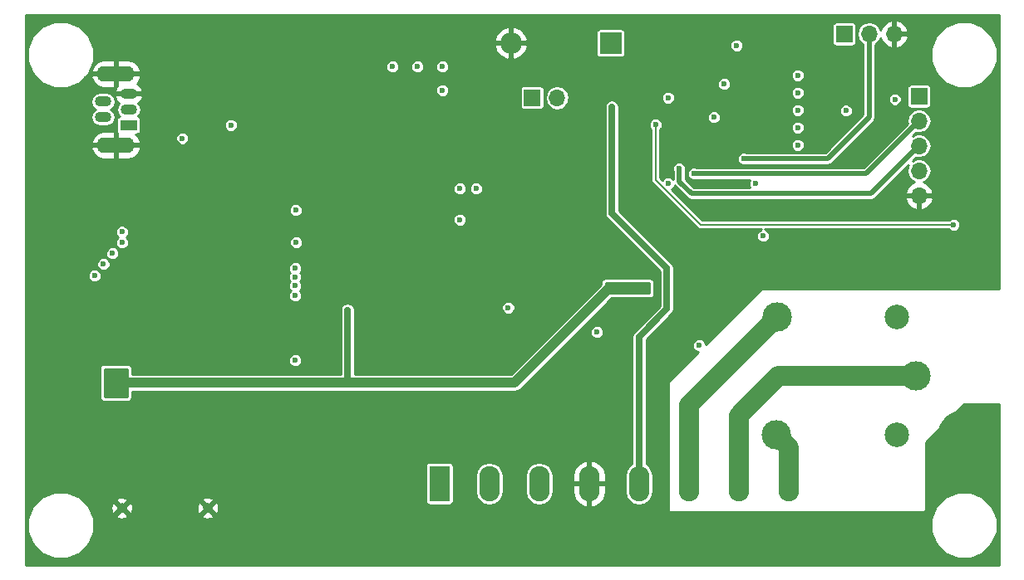
<source format=gbr>
G04 #@! TF.FileFunction,Copper,L2,Inr,Mixed*
%FSLAX46Y46*%
G04 Gerber Fmt 4.6, Leading zero omitted, Abs format (unit mm)*
G04 Created by KiCad (PCBNEW 4.0.7) date Wednesday, May 02, 2018 'PMt' 05:51:31 PM*
%MOMM*%
%LPD*%
G01*
G04 APERTURE LIST*
%ADD10C,0.100000*%
%ADD11C,0.600000*%
%ADD12C,5.400000*%
%ADD13C,2.500000*%
%ADD14C,3.000000*%
%ADD15R,2.080000X3.600000*%
%ADD16O,2.080000X3.600000*%
%ADD17C,0.970000*%
%ADD18R,1.700000X1.700000*%
%ADD19O,1.700000X1.700000*%
%ADD20R,2.200000X2.200000*%
%ADD21O,2.200000X2.200000*%
%ADD22R,1.700000X1.100000*%
%ADD23O,1.700000X1.100000*%
%ADD24O,3.900000X1.600000*%
%ADD25C,1.000000*%
%ADD26C,0.700000*%
%ADD27C,0.500000*%
%ADD28C,0.200000*%
%ADD29C,2.000000*%
%ADD30C,0.254000*%
G04 APERTURE END LIST*
D10*
D11*
X104950000Y-122650000D03*
D12*
X190790000Y-91850000D03*
D11*
X134366000Y-125984000D03*
X135382000Y-123698000D03*
X133350000Y-123698000D03*
X147955000Y-118745000D03*
X149225000Y-114935000D03*
X155575000Y-112395000D03*
X155575000Y-114935000D03*
X155575000Y-121285000D03*
X153035000Y-121285000D03*
X104902000Y-116332000D03*
X170053000Y-111252000D03*
X168529000Y-112776000D03*
X166878000Y-114427000D03*
X165227000Y-116078000D03*
X162814000Y-121920000D03*
X162814000Y-124460000D03*
X169164000Y-118364000D03*
X167894000Y-124460000D03*
X175260000Y-115697000D03*
X177800000Y-115697000D03*
X167894000Y-121920000D03*
X167894000Y-119761000D03*
X170688000Y-116840000D03*
X172720000Y-115697000D03*
X180340000Y-115697000D03*
X182880000Y-115697000D03*
D13*
X183954000Y-109616000D03*
D14*
X171754000Y-109616000D03*
X171704000Y-121666000D03*
D13*
X183954000Y-121616000D03*
D14*
X185904000Y-115666000D03*
D11*
X109790000Y-99350000D03*
X116790000Y-99350000D03*
X113290000Y-99350000D03*
X109790000Y-102850000D03*
X116790000Y-102850000D03*
X116790000Y-113350000D03*
X116790000Y-109850000D03*
X109790000Y-109850000D03*
X109790000Y-113350000D03*
X113290000Y-113350000D03*
X113290000Y-109850000D03*
X113290000Y-102850000D03*
X116790000Y-106350000D03*
X109790000Y-106350000D03*
X113290000Y-106350000D03*
X140335000Y-84455000D03*
X140335000Y-87630000D03*
X107490000Y-80740000D03*
X118920000Y-80740000D03*
X131445000Y-102235000D03*
X134620000Y-99060000D03*
X98600000Y-109950000D03*
X156845000Y-97155000D03*
X153035000Y-97155000D03*
X149860000Y-97155000D03*
X156845000Y-94615000D03*
X153035000Y-94615000D03*
X149860000Y-94615000D03*
X156845000Y-92075000D03*
X153035000Y-92075000D03*
X138430000Y-109220000D03*
X138430000Y-111125000D03*
X138430000Y-113030000D03*
X135255000Y-109220000D03*
X135255000Y-111125000D03*
X135255000Y-113030000D03*
X132080000Y-109220000D03*
X132080000Y-111125000D03*
X132080000Y-113030000D03*
X122730000Y-88360000D03*
X126540000Y-84550000D03*
X122730000Y-84550000D03*
X118920000Y-84550000D03*
X137160000Y-104775000D03*
X140335000Y-104775000D03*
X122555000Y-110490000D03*
X144145000Y-99060000D03*
X126540000Y-88360000D03*
X115110000Y-84550000D03*
X126540000Y-80740000D03*
X122730000Y-80740000D03*
X111300000Y-88360000D03*
X122730000Y-92170000D03*
X115110000Y-88360000D03*
X118920000Y-88360000D03*
X115110000Y-80740000D03*
X98600000Y-113760000D03*
X98600000Y-117570000D03*
X97330000Y-126460000D03*
X140335000Y-90805000D03*
X140335000Y-81280000D03*
X107490000Y-84550000D03*
X111300000Y-84550000D03*
X111300000Y-80740000D03*
X102410000Y-109950000D03*
X98600000Y-106140000D03*
X116290000Y-121850000D03*
X117650000Y-120110000D03*
X112570000Y-120110000D03*
X112570000Y-121380000D03*
X115110000Y-122650000D03*
X115110000Y-125190000D03*
X113665000Y-127635000D03*
X111300000Y-126460000D03*
X101140000Y-126460000D03*
X112570000Y-123920000D03*
X104950000Y-126460000D03*
X117650000Y-121380000D03*
X112570000Y-122650000D03*
X111300000Y-122650000D03*
X111300000Y-120110000D03*
X111300000Y-121380000D03*
X111300000Y-127730000D03*
X108760000Y-127730000D03*
X108760000Y-126460000D03*
X108760000Y-125190000D03*
X108760000Y-123920000D03*
X108760000Y-122650000D03*
X108760000Y-121380000D03*
X108760000Y-120110000D03*
X115110000Y-123920000D03*
X104902000Y-115189000D03*
X103886000Y-115189000D03*
X103886000Y-116332000D03*
X104902000Y-117475000D03*
X103886000Y-117475000D03*
X157226000Y-106680000D03*
X155956000Y-106680000D03*
X102410000Y-95980000D03*
X98600000Y-95980000D03*
X105346500Y-132207000D03*
D15*
X137390000Y-126619000D03*
D16*
X142470000Y-126619000D03*
X147550000Y-126619000D03*
X152630000Y-126619000D03*
X157710000Y-126619000D03*
X162790000Y-126619000D03*
X167870000Y-126619000D03*
X172950000Y-126619000D03*
D17*
X105015000Y-129116000D03*
X113775000Y-129116000D03*
D18*
X146812000Y-87249000D03*
D19*
X149352000Y-87249000D03*
D18*
X178610000Y-80740000D03*
D19*
X181150000Y-80740000D03*
X183690000Y-80740000D03*
D18*
X186230000Y-87090000D03*
D19*
X186230000Y-89630000D03*
X186230000Y-92170000D03*
X186230000Y-94710000D03*
X186230000Y-97250000D03*
D11*
X149860000Y-92075000D03*
X181102000Y-103632000D03*
X181102000Y-101600000D03*
X181102000Y-105664000D03*
X179324000Y-101600000D03*
X179324000Y-103632000D03*
X179324000Y-105664000D03*
X182880000Y-101600000D03*
X182880000Y-103632000D03*
X182880000Y-105664000D03*
D20*
X154813000Y-81661000D03*
D21*
X144653000Y-81661000D03*
D22*
X105712000Y-90036000D03*
D23*
X103112000Y-89236000D03*
X105712000Y-88436000D03*
X103112000Y-87636000D03*
X105712000Y-86836000D03*
D24*
X104412000Y-92086000D03*
X104412000Y-84786000D03*
D12*
X98790000Y-121850000D03*
X190790000Y-121850000D03*
X190790000Y-91850000D03*
X98790000Y-91850000D03*
D11*
X172974000Y-124460000D03*
X172974000Y-123190000D03*
X165318000Y-89245000D03*
X178773292Y-88565593D03*
X153415361Y-111149103D03*
X144379061Y-108662165D03*
X169545000Y-96012000D03*
X160655000Y-96012000D03*
X160655000Y-87249000D03*
X166370000Y-85852000D03*
X128016000Y-108902500D03*
X158369000Y-106680000D03*
X154686000Y-106680000D03*
X122785598Y-102002193D03*
X122728574Y-98717709D03*
X163830000Y-112522000D03*
X173863000Y-84963000D03*
X173863000Y-86741000D03*
X173863000Y-88519000D03*
X173863000Y-90297000D03*
X173863000Y-92075000D03*
X139446000Y-96520000D03*
X168402000Y-93472000D03*
X163322179Y-94995912D03*
X161800167Y-94488574D03*
X154940000Y-88198000D03*
X139446000Y-99695000D03*
X122682000Y-114046000D03*
X116139462Y-90033893D03*
X111188500Y-91376500D03*
X189738000Y-100203000D03*
X159384145Y-89981173D03*
X183761444Y-87405276D03*
X170340576Y-101351960D03*
X103147177Y-104220949D03*
X132588000Y-84074000D03*
X104065717Y-103119878D03*
X135128000Y-84074000D03*
X105039551Y-102015949D03*
X137668000Y-86487000D03*
X105045494Y-100931574D03*
X137668000Y-84074000D03*
X102235000Y-105410000D03*
X141097000Y-96520000D03*
X122682000Y-107442000D03*
X122682000Y-106426000D03*
X122682000Y-105537000D03*
X122682000Y-104648000D03*
X167640000Y-81915000D03*
D25*
X103886000Y-116332000D02*
X127952500Y-116332000D01*
X127952500Y-116332000D02*
X145034000Y-116332000D01*
D26*
X128016000Y-108902500D02*
X128016000Y-116268500D01*
X128016000Y-116268500D02*
X127952500Y-116332000D01*
D25*
X145034000Y-116332000D02*
X154686000Y-106680000D01*
D27*
X168402660Y-93471340D02*
X176901669Y-93471340D01*
X176901669Y-93471340D02*
X181128191Y-89244818D01*
X181128191Y-89244818D02*
X181128191Y-80708674D01*
D28*
X168402000Y-93472000D02*
X168402660Y-93471340D01*
D27*
X163322179Y-94995912D02*
X180820393Y-94995912D01*
X180820393Y-94995912D02*
X186204148Y-89612157D01*
X161800167Y-94488574D02*
X161800167Y-95792083D01*
X161800167Y-95792083D02*
X163035816Y-97027732D01*
X163035816Y-97027732D02*
X181338549Y-97027732D01*
X181338549Y-97027732D02*
X186204148Y-92162133D01*
D29*
X162790000Y-118580000D02*
X171754000Y-109616000D01*
X162790000Y-126619000D02*
X162790000Y-118580000D01*
X172950000Y-122912000D02*
X171704000Y-121666000D01*
X172950000Y-126619000D02*
X172950000Y-122912000D01*
X171870488Y-115666000D02*
X183782680Y-115666000D01*
X183782680Y-115666000D02*
X185904000Y-115666000D01*
X167870000Y-119666488D02*
X171870488Y-115666000D01*
X167870000Y-126619000D02*
X167870000Y-119666488D01*
D26*
X154940000Y-88198000D02*
X154940000Y-99053356D01*
X154940000Y-99053356D02*
X160524909Y-104638265D01*
X160524909Y-104638265D02*
X160524909Y-108800872D01*
X160524909Y-108800872D02*
X157710000Y-111615781D01*
X157710000Y-111615781D02*
X157710000Y-126619000D01*
D28*
X163957998Y-100203000D02*
X189738000Y-100203000D01*
X159384145Y-89981173D02*
X159384145Y-95629147D01*
X159384145Y-95629147D02*
X163957998Y-100203000D01*
D30*
G36*
X105537000Y-117729000D02*
X103251000Y-117729000D01*
X103251000Y-114935000D01*
X105537000Y-114935000D01*
X105537000Y-117729000D01*
X105537000Y-117729000D01*
G37*
X105537000Y-117729000D02*
X103251000Y-117729000D01*
X103251000Y-114935000D01*
X105537000Y-114935000D01*
X105537000Y-117729000D01*
G36*
X158750000Y-107188000D02*
X154305000Y-107188000D01*
X154305000Y-106172000D01*
X158750000Y-106172000D01*
X158750000Y-107188000D01*
X158750000Y-107188000D01*
G37*
X158750000Y-107188000D02*
X154305000Y-107188000D01*
X154305000Y-106172000D01*
X158750000Y-106172000D01*
X158750000Y-107188000D01*
G36*
X194359000Y-106723000D02*
X170290000Y-106723000D01*
X170240590Y-106733006D01*
X170200197Y-106760197D01*
X164511064Y-112449330D01*
X164511118Y-112387135D01*
X164407661Y-112136748D01*
X164216259Y-111945013D01*
X163966054Y-111841118D01*
X163695135Y-111840882D01*
X163444748Y-111944339D01*
X163253013Y-112135741D01*
X163149118Y-112385946D01*
X163148882Y-112656865D01*
X163252339Y-112907252D01*
X163443741Y-113098987D01*
X163693946Y-113202882D01*
X163757457Y-113202937D01*
X160700197Y-116260197D01*
X160672334Y-116302211D01*
X160663000Y-116350000D01*
X160663000Y-129350000D01*
X160673006Y-129399410D01*
X160701447Y-129441035D01*
X160743841Y-129468315D01*
X160790000Y-129477000D01*
X186790000Y-129477000D01*
X186839410Y-129466994D01*
X186881035Y-129438553D01*
X186908315Y-129396159D01*
X186917000Y-129350000D01*
X186917000Y-122402606D01*
X190842606Y-118477000D01*
X194359000Y-118477000D01*
X194359000Y-134919000D01*
X95221000Y-134919000D01*
X95221000Y-131519572D01*
X95408414Y-131519572D01*
X95922056Y-132762681D01*
X96872317Y-133714601D01*
X98114527Y-134230412D01*
X99459572Y-134231586D01*
X100702681Y-133717944D01*
X101654601Y-132767683D01*
X102170412Y-131525473D01*
X102170417Y-131519572D01*
X187408414Y-131519572D01*
X187922056Y-132762681D01*
X188872317Y-133714601D01*
X190114527Y-134230412D01*
X191459572Y-134231586D01*
X192702681Y-133717944D01*
X193654601Y-132767683D01*
X194170412Y-131525473D01*
X194171586Y-130180428D01*
X193657944Y-128937319D01*
X192707683Y-127985399D01*
X191465473Y-127469588D01*
X190120428Y-127468414D01*
X188877319Y-127982056D01*
X187925399Y-128932317D01*
X187409588Y-130174527D01*
X187408414Y-131519572D01*
X102170417Y-131519572D01*
X102171586Y-130180428D01*
X102053733Y-129895200D01*
X104415405Y-129895200D01*
X104450692Y-130108768D01*
X104873564Y-130249149D01*
X105317968Y-130217018D01*
X105579308Y-130108768D01*
X105614595Y-129895200D01*
X113175405Y-129895200D01*
X113210692Y-130108768D01*
X113633564Y-130249149D01*
X114077968Y-130217018D01*
X114339308Y-130108768D01*
X114374595Y-129895200D01*
X113775000Y-129295605D01*
X113175405Y-129895200D01*
X105614595Y-129895200D01*
X105015000Y-129295605D01*
X104415405Y-129895200D01*
X102053733Y-129895200D01*
X101673334Y-128974564D01*
X103881851Y-128974564D01*
X103913982Y-129418968D01*
X104022232Y-129680308D01*
X104235800Y-129715595D01*
X104835395Y-129116000D01*
X105194605Y-129116000D01*
X105794200Y-129715595D01*
X106007768Y-129680308D01*
X106148149Y-129257436D01*
X106127697Y-128974564D01*
X112641851Y-128974564D01*
X112673982Y-129418968D01*
X112782232Y-129680308D01*
X112995800Y-129715595D01*
X113595395Y-129116000D01*
X113954605Y-129116000D01*
X114554200Y-129715595D01*
X114767768Y-129680308D01*
X114908149Y-129257436D01*
X114876018Y-128813032D01*
X114767768Y-128551692D01*
X114554200Y-128516405D01*
X113954605Y-129116000D01*
X113595395Y-129116000D01*
X112995800Y-128516405D01*
X112782232Y-128551692D01*
X112641851Y-128974564D01*
X106127697Y-128974564D01*
X106116018Y-128813032D01*
X106007768Y-128551692D01*
X105794200Y-128516405D01*
X105194605Y-129116000D01*
X104835395Y-129116000D01*
X104235800Y-128516405D01*
X104022232Y-128551692D01*
X103881851Y-128974564D01*
X101673334Y-128974564D01*
X101657944Y-128937319D01*
X101058472Y-128336800D01*
X104415405Y-128336800D01*
X105015000Y-128936395D01*
X105614595Y-128336800D01*
X113175405Y-128336800D01*
X113775000Y-128936395D01*
X114374595Y-128336800D01*
X114339308Y-128123232D01*
X113916436Y-127982851D01*
X113472032Y-128014982D01*
X113210692Y-128123232D01*
X113175405Y-128336800D01*
X105614595Y-128336800D01*
X105579308Y-128123232D01*
X105156436Y-127982851D01*
X104712032Y-128014982D01*
X104450692Y-128123232D01*
X104415405Y-128336800D01*
X101058472Y-128336800D01*
X100707683Y-127985399D01*
X99465473Y-127469588D01*
X98120428Y-127468414D01*
X96877319Y-127982056D01*
X95925399Y-128932317D01*
X95409588Y-130174527D01*
X95408414Y-131519572D01*
X95221000Y-131519572D01*
X95221000Y-124819000D01*
X135961536Y-124819000D01*
X135961536Y-128419000D01*
X135988103Y-128560190D01*
X136071546Y-128689865D01*
X136198866Y-128776859D01*
X136350000Y-128807464D01*
X138430000Y-128807464D01*
X138571190Y-128780897D01*
X138700865Y-128697454D01*
X138787859Y-128570134D01*
X138818464Y-128419000D01*
X138818464Y-125816272D01*
X141049000Y-125816272D01*
X141049000Y-127421728D01*
X141157167Y-127965521D01*
X141465201Y-128426527D01*
X141926207Y-128734561D01*
X142470000Y-128842728D01*
X143013793Y-128734561D01*
X143474799Y-128426527D01*
X143782833Y-127965521D01*
X143891000Y-127421728D01*
X143891000Y-125816272D01*
X146129000Y-125816272D01*
X146129000Y-127421728D01*
X146237167Y-127965521D01*
X146545201Y-128426527D01*
X147006207Y-128734561D01*
X147550000Y-128842728D01*
X148093793Y-128734561D01*
X148554799Y-128426527D01*
X148862833Y-127965521D01*
X148971000Y-127421728D01*
X148971000Y-126746000D01*
X150955000Y-126746000D01*
X150955000Y-127506000D01*
X151131103Y-128137327D01*
X151535399Y-128653206D01*
X152106338Y-128975099D01*
X152243290Y-129008748D01*
X152503000Y-128889922D01*
X152503000Y-126746000D01*
X152757000Y-126746000D01*
X152757000Y-128889922D01*
X153016710Y-129008748D01*
X153153662Y-128975099D01*
X153724601Y-128653206D01*
X154128897Y-128137327D01*
X154305000Y-127506000D01*
X154305000Y-126746000D01*
X152757000Y-126746000D01*
X152503000Y-126746000D01*
X150955000Y-126746000D01*
X148971000Y-126746000D01*
X148971000Y-125816272D01*
X148954238Y-125732000D01*
X150955000Y-125732000D01*
X150955000Y-126492000D01*
X152503000Y-126492000D01*
X152503000Y-124348078D01*
X152757000Y-124348078D01*
X152757000Y-126492000D01*
X154305000Y-126492000D01*
X154305000Y-125732000D01*
X154128897Y-125100673D01*
X153724601Y-124584794D01*
X153153662Y-124262901D01*
X153016710Y-124229252D01*
X152757000Y-124348078D01*
X152503000Y-124348078D01*
X152243290Y-124229252D01*
X152106338Y-124262901D01*
X151535399Y-124584794D01*
X151131103Y-125100673D01*
X150955000Y-125732000D01*
X148954238Y-125732000D01*
X148862833Y-125272479D01*
X148554799Y-124811473D01*
X148093793Y-124503439D01*
X147550000Y-124395272D01*
X147006207Y-124503439D01*
X146545201Y-124811473D01*
X146237167Y-125272479D01*
X146129000Y-125816272D01*
X143891000Y-125816272D01*
X143782833Y-125272479D01*
X143474799Y-124811473D01*
X143013793Y-124503439D01*
X142470000Y-124395272D01*
X141926207Y-124503439D01*
X141465201Y-124811473D01*
X141157167Y-125272479D01*
X141049000Y-125816272D01*
X138818464Y-125816272D01*
X138818464Y-124819000D01*
X138791897Y-124677810D01*
X138708454Y-124548135D01*
X138581134Y-124461141D01*
X138430000Y-124430536D01*
X136350000Y-124430536D01*
X136208810Y-124457103D01*
X136079135Y-124540546D01*
X135992141Y-124667866D01*
X135961536Y-124819000D01*
X95221000Y-124819000D01*
X95221000Y-114808000D01*
X102743000Y-114808000D01*
X102743000Y-117856000D01*
X102769056Y-117994477D01*
X102850896Y-118121660D01*
X102975770Y-118206983D01*
X103124000Y-118237000D01*
X105664000Y-118237000D01*
X105802477Y-118210944D01*
X105929660Y-118129104D01*
X106014983Y-118004230D01*
X106045000Y-117856000D01*
X106045000Y-117213000D01*
X145034000Y-117213000D01*
X145371144Y-117145938D01*
X145656961Y-116954961D01*
X151327954Y-111283968D01*
X152734243Y-111283968D01*
X152837700Y-111534355D01*
X153029102Y-111726090D01*
X153279307Y-111829985D01*
X153550226Y-111830221D01*
X153800613Y-111726764D01*
X153992348Y-111535362D01*
X154096243Y-111285157D01*
X154096479Y-111014238D01*
X153993022Y-110763851D01*
X153801620Y-110572116D01*
X153551415Y-110468221D01*
X153280496Y-110467985D01*
X153030109Y-110571442D01*
X152838374Y-110762844D01*
X152734479Y-111013049D01*
X152734243Y-111283968D01*
X151327954Y-111283968D01*
X154915922Y-107696000D01*
X158877000Y-107696000D01*
X159015477Y-107669944D01*
X159142660Y-107588104D01*
X159227983Y-107463230D01*
X159258000Y-107315000D01*
X159258000Y-106045000D01*
X159231944Y-105906523D01*
X159150104Y-105779340D01*
X159025230Y-105694017D01*
X158877000Y-105664000D01*
X154178000Y-105664000D01*
X154039523Y-105690056D01*
X153912340Y-105771896D01*
X153827017Y-105896770D01*
X153797000Y-106045000D01*
X153797000Y-106323078D01*
X144669078Y-115451000D01*
X128747000Y-115451000D01*
X128747000Y-108902500D01*
X128726021Y-108797030D01*
X143697943Y-108797030D01*
X143801400Y-109047417D01*
X143992802Y-109239152D01*
X144243007Y-109343047D01*
X144513926Y-109343283D01*
X144764313Y-109239826D01*
X144956048Y-109048424D01*
X145059943Y-108798219D01*
X145060179Y-108527300D01*
X144956722Y-108276913D01*
X144765320Y-108085178D01*
X144515115Y-107981283D01*
X144244196Y-107981047D01*
X143993809Y-108084504D01*
X143802074Y-108275906D01*
X143698179Y-108526111D01*
X143697943Y-108797030D01*
X128726021Y-108797030D01*
X128691356Y-108622758D01*
X128532895Y-108385605D01*
X128295742Y-108227144D01*
X128016000Y-108171500D01*
X127736258Y-108227144D01*
X127499105Y-108385605D01*
X127340644Y-108622758D01*
X127285000Y-108902500D01*
X127285000Y-115451000D01*
X106045000Y-115451000D01*
X106045000Y-114808000D01*
X106018944Y-114669523D01*
X105937104Y-114542340D01*
X105812230Y-114457017D01*
X105664000Y-114427000D01*
X103124000Y-114427000D01*
X102985523Y-114453056D01*
X102858340Y-114534896D01*
X102773017Y-114659770D01*
X102743000Y-114808000D01*
X95221000Y-114808000D01*
X95221000Y-114180865D01*
X122000882Y-114180865D01*
X122104339Y-114431252D01*
X122295741Y-114622987D01*
X122545946Y-114726882D01*
X122816865Y-114727118D01*
X123067252Y-114623661D01*
X123258987Y-114432259D01*
X123362882Y-114182054D01*
X123363118Y-113911135D01*
X123259661Y-113660748D01*
X123068259Y-113469013D01*
X122818054Y-113365118D01*
X122547135Y-113364882D01*
X122296748Y-113468339D01*
X122105013Y-113659741D01*
X122001118Y-113909946D01*
X122000882Y-114180865D01*
X95221000Y-114180865D01*
X95221000Y-105544865D01*
X101553882Y-105544865D01*
X101657339Y-105795252D01*
X101848741Y-105986987D01*
X102098946Y-106090882D01*
X102369865Y-106091118D01*
X102620252Y-105987661D01*
X102811987Y-105796259D01*
X102915882Y-105546054D01*
X102916118Y-105275135D01*
X102812661Y-105024748D01*
X102621259Y-104833013D01*
X102371054Y-104729118D01*
X102100135Y-104728882D01*
X101849748Y-104832339D01*
X101658013Y-105023741D01*
X101554118Y-105273946D01*
X101553882Y-105544865D01*
X95221000Y-105544865D01*
X95221000Y-104355814D01*
X102466059Y-104355814D01*
X102569516Y-104606201D01*
X102760918Y-104797936D01*
X103011123Y-104901831D01*
X103282042Y-104902067D01*
X103532429Y-104798610D01*
X103548201Y-104782865D01*
X122000882Y-104782865D01*
X122104339Y-105033252D01*
X122163420Y-105092436D01*
X122105013Y-105150741D01*
X122001118Y-105400946D01*
X122000882Y-105671865D01*
X122104339Y-105922252D01*
X122163420Y-105981436D01*
X122105013Y-106039741D01*
X122001118Y-106289946D01*
X122000882Y-106560865D01*
X122104339Y-106811252D01*
X122226920Y-106934046D01*
X122105013Y-107055741D01*
X122001118Y-107305946D01*
X122000882Y-107576865D01*
X122104339Y-107827252D01*
X122295741Y-108018987D01*
X122545946Y-108122882D01*
X122816865Y-108123118D01*
X123067252Y-108019661D01*
X123258987Y-107828259D01*
X123362882Y-107578054D01*
X123363118Y-107307135D01*
X123259661Y-107056748D01*
X123137080Y-106933954D01*
X123258987Y-106812259D01*
X123362882Y-106562054D01*
X123363118Y-106291135D01*
X123259661Y-106040748D01*
X123200580Y-105981564D01*
X123258987Y-105923259D01*
X123362882Y-105673054D01*
X123363118Y-105402135D01*
X123259661Y-105151748D01*
X123200580Y-105092564D01*
X123258987Y-105034259D01*
X123362882Y-104784054D01*
X123363118Y-104513135D01*
X123259661Y-104262748D01*
X123068259Y-104071013D01*
X122818054Y-103967118D01*
X122547135Y-103966882D01*
X122296748Y-104070339D01*
X122105013Y-104261741D01*
X122001118Y-104511946D01*
X122000882Y-104782865D01*
X103548201Y-104782865D01*
X103724164Y-104607208D01*
X103828059Y-104357003D01*
X103828295Y-104086084D01*
X103724838Y-103835697D01*
X103533436Y-103643962D01*
X103283231Y-103540067D01*
X103012312Y-103539831D01*
X102761925Y-103643288D01*
X102570190Y-103834690D01*
X102466295Y-104084895D01*
X102466059Y-104355814D01*
X95221000Y-104355814D01*
X95221000Y-103254743D01*
X103384599Y-103254743D01*
X103488056Y-103505130D01*
X103679458Y-103696865D01*
X103929663Y-103800760D01*
X104200582Y-103800996D01*
X104450969Y-103697539D01*
X104642704Y-103506137D01*
X104746599Y-103255932D01*
X104746835Y-102985013D01*
X104643378Y-102734626D01*
X104451976Y-102542891D01*
X104201771Y-102438996D01*
X103930852Y-102438760D01*
X103680465Y-102542217D01*
X103488730Y-102733619D01*
X103384835Y-102983824D01*
X103384599Y-103254743D01*
X95221000Y-103254743D01*
X95221000Y-102150814D01*
X104358433Y-102150814D01*
X104461890Y-102401201D01*
X104653292Y-102592936D01*
X104903497Y-102696831D01*
X105174416Y-102697067D01*
X105424803Y-102593610D01*
X105616538Y-102402208D01*
X105720433Y-102152003D01*
X105720446Y-102137058D01*
X122104480Y-102137058D01*
X122207937Y-102387445D01*
X122399339Y-102579180D01*
X122649544Y-102683075D01*
X122920463Y-102683311D01*
X123170850Y-102579854D01*
X123362585Y-102388452D01*
X123466480Y-102138247D01*
X123466716Y-101867328D01*
X123363259Y-101616941D01*
X123171857Y-101425206D01*
X122921652Y-101321311D01*
X122650733Y-101321075D01*
X122400346Y-101424532D01*
X122208611Y-101615934D01*
X122104716Y-101866139D01*
X122104480Y-102137058D01*
X105720446Y-102137058D01*
X105720669Y-101881084D01*
X105617212Y-101630697D01*
X105463410Y-101476628D01*
X105622481Y-101317833D01*
X105726376Y-101067628D01*
X105726612Y-100796709D01*
X105623155Y-100546322D01*
X105431753Y-100354587D01*
X105181548Y-100250692D01*
X104910629Y-100250456D01*
X104660242Y-100353913D01*
X104468507Y-100545315D01*
X104364612Y-100795520D01*
X104364376Y-101066439D01*
X104467833Y-101316826D01*
X104621635Y-101470895D01*
X104462564Y-101629690D01*
X104358669Y-101879895D01*
X104358433Y-102150814D01*
X95221000Y-102150814D01*
X95221000Y-99829865D01*
X138764882Y-99829865D01*
X138868339Y-100080252D01*
X139059741Y-100271987D01*
X139309946Y-100375882D01*
X139580865Y-100376118D01*
X139831252Y-100272661D01*
X140022987Y-100081259D01*
X140126882Y-99831054D01*
X140127118Y-99560135D01*
X140023661Y-99309748D01*
X139832259Y-99118013D01*
X139582054Y-99014118D01*
X139311135Y-99013882D01*
X139060748Y-99117339D01*
X138869013Y-99308741D01*
X138765118Y-99558946D01*
X138764882Y-99829865D01*
X95221000Y-99829865D01*
X95221000Y-98852574D01*
X122047456Y-98852574D01*
X122150913Y-99102961D01*
X122342315Y-99294696D01*
X122592520Y-99398591D01*
X122863439Y-99398827D01*
X123113826Y-99295370D01*
X123305561Y-99103968D01*
X123409456Y-98853763D01*
X123409692Y-98582844D01*
X123306235Y-98332457D01*
X123114833Y-98140722D01*
X122864628Y-98036827D01*
X122593709Y-98036591D01*
X122343322Y-98140048D01*
X122151587Y-98331450D01*
X122047692Y-98581655D01*
X122047456Y-98852574D01*
X95221000Y-98852574D01*
X95221000Y-96654865D01*
X138764882Y-96654865D01*
X138868339Y-96905252D01*
X139059741Y-97096987D01*
X139309946Y-97200882D01*
X139580865Y-97201118D01*
X139831252Y-97097661D01*
X140022987Y-96906259D01*
X140126882Y-96656054D01*
X140126883Y-96654865D01*
X140415882Y-96654865D01*
X140519339Y-96905252D01*
X140710741Y-97096987D01*
X140960946Y-97200882D01*
X141231865Y-97201118D01*
X141482252Y-97097661D01*
X141673987Y-96906259D01*
X141777882Y-96656054D01*
X141778118Y-96385135D01*
X141674661Y-96134748D01*
X141483259Y-95943013D01*
X141233054Y-95839118D01*
X140962135Y-95838882D01*
X140711748Y-95942339D01*
X140520013Y-96133741D01*
X140416118Y-96383946D01*
X140415882Y-96654865D01*
X140126883Y-96654865D01*
X140127118Y-96385135D01*
X140023661Y-96134748D01*
X139832259Y-95943013D01*
X139582054Y-95839118D01*
X139311135Y-95838882D01*
X139060748Y-95942339D01*
X138869013Y-96133741D01*
X138765118Y-96383946D01*
X138764882Y-96654865D01*
X95221000Y-96654865D01*
X95221000Y-92435039D01*
X101870096Y-92435039D01*
X101887633Y-92517819D01*
X102157500Y-93010896D01*
X102595517Y-93363166D01*
X103135000Y-93521000D01*
X104285000Y-93521000D01*
X104285000Y-92213000D01*
X104539000Y-92213000D01*
X104539000Y-93521000D01*
X105689000Y-93521000D01*
X106228483Y-93363166D01*
X106666500Y-93010896D01*
X106936367Y-92517819D01*
X106953904Y-92435039D01*
X106831915Y-92213000D01*
X104539000Y-92213000D01*
X104285000Y-92213000D01*
X101992085Y-92213000D01*
X101870096Y-92435039D01*
X95221000Y-92435039D01*
X95221000Y-91736961D01*
X101870096Y-91736961D01*
X101992085Y-91959000D01*
X104285000Y-91959000D01*
X104285000Y-90651000D01*
X103135000Y-90651000D01*
X102595517Y-90808834D01*
X102157500Y-91161104D01*
X101887633Y-91654181D01*
X101870096Y-91736961D01*
X95221000Y-91736961D01*
X95221000Y-87636000D01*
X101856883Y-87636000D01*
X101927751Y-87992278D01*
X102129567Y-88294316D01*
X102341611Y-88436000D01*
X102129567Y-88577684D01*
X101927751Y-88879722D01*
X101856883Y-89236000D01*
X101927751Y-89592278D01*
X102129567Y-89894316D01*
X102431605Y-90096132D01*
X102787883Y-90167000D01*
X103436117Y-90167000D01*
X103792395Y-90096132D01*
X104094433Y-89894316D01*
X104296249Y-89592278D01*
X104367117Y-89236000D01*
X104296249Y-88879722D01*
X104094433Y-88577684D01*
X103882389Y-88436000D01*
X104094433Y-88294316D01*
X104296249Y-87992278D01*
X104367117Y-87636000D01*
X104296249Y-87279722D01*
X104206728Y-87145744D01*
X104268197Y-87145744D01*
X104268602Y-87172146D01*
X104484276Y-87584118D01*
X104724725Y-87784931D01*
X104527751Y-88079722D01*
X104456883Y-88436000D01*
X104527751Y-88792278D01*
X104729567Y-89094316D01*
X104762427Y-89116272D01*
X104720810Y-89124103D01*
X104591135Y-89207546D01*
X104504141Y-89334866D01*
X104473536Y-89486000D01*
X104473536Y-90586000D01*
X104500103Y-90727190D01*
X104539000Y-90787638D01*
X104539000Y-91959000D01*
X106831915Y-91959000D01*
X106953904Y-91736961D01*
X106936367Y-91654181D01*
X106858203Y-91511365D01*
X110507382Y-91511365D01*
X110610839Y-91761752D01*
X110802241Y-91953487D01*
X111052446Y-92057382D01*
X111323365Y-92057618D01*
X111573752Y-91954161D01*
X111765487Y-91762759D01*
X111869382Y-91512554D01*
X111869618Y-91241635D01*
X111766161Y-90991248D01*
X111574759Y-90799513D01*
X111324554Y-90695618D01*
X111053635Y-90695382D01*
X110803248Y-90798839D01*
X110611513Y-90990241D01*
X110507618Y-91240446D01*
X110507382Y-91511365D01*
X106858203Y-91511365D01*
X106666500Y-91161104D01*
X106434429Y-90974464D01*
X106562000Y-90974464D01*
X106703190Y-90947897D01*
X106832865Y-90864454D01*
X106919859Y-90737134D01*
X106950464Y-90586000D01*
X106950464Y-90168758D01*
X115458344Y-90168758D01*
X115561801Y-90419145D01*
X115753203Y-90610880D01*
X116003408Y-90714775D01*
X116274327Y-90715011D01*
X116524714Y-90611554D01*
X116716449Y-90420152D01*
X116820344Y-90169947D01*
X116820580Y-89899028D01*
X116717123Y-89648641D01*
X116525721Y-89456906D01*
X116275516Y-89353011D01*
X116004597Y-89352775D01*
X115754210Y-89456232D01*
X115562475Y-89647634D01*
X115458580Y-89897839D01*
X115458344Y-90168758D01*
X106950464Y-90168758D01*
X106950464Y-89486000D01*
X106923897Y-89344810D01*
X106840454Y-89215135D01*
X106713134Y-89128141D01*
X106659934Y-89117368D01*
X106694433Y-89094316D01*
X106896249Y-88792278D01*
X106967117Y-88436000D01*
X106896249Y-88079722D01*
X106699275Y-87784931D01*
X106939724Y-87584118D01*
X107155398Y-87172146D01*
X107155803Y-87145744D01*
X107030361Y-86963000D01*
X105839000Y-86963000D01*
X105839000Y-86983000D01*
X105585000Y-86983000D01*
X105585000Y-86963000D01*
X104393639Y-86963000D01*
X104268197Y-87145744D01*
X104206728Y-87145744D01*
X104094433Y-86977684D01*
X103792395Y-86775868D01*
X103436117Y-86705000D01*
X102787883Y-86705000D01*
X102431605Y-86775868D01*
X102129567Y-86977684D01*
X101927751Y-87279722D01*
X101856883Y-87636000D01*
X95221000Y-87636000D01*
X95221000Y-86526256D01*
X104268197Y-86526256D01*
X104393639Y-86709000D01*
X105585000Y-86709000D01*
X105585000Y-86689000D01*
X105839000Y-86689000D01*
X105839000Y-86709000D01*
X107030361Y-86709000D01*
X107090173Y-86621865D01*
X136986882Y-86621865D01*
X137090339Y-86872252D01*
X137281741Y-87063987D01*
X137531946Y-87167882D01*
X137802865Y-87168118D01*
X138053252Y-87064661D01*
X138244987Y-86873259D01*
X138348882Y-86623054D01*
X138349077Y-86399000D01*
X145573536Y-86399000D01*
X145573536Y-88099000D01*
X145600103Y-88240190D01*
X145683546Y-88369865D01*
X145810866Y-88456859D01*
X145962000Y-88487464D01*
X147662000Y-88487464D01*
X147803190Y-88460897D01*
X147932865Y-88377454D01*
X148019859Y-88250134D01*
X148050464Y-88099000D01*
X148050464Y-87224883D01*
X148121000Y-87224883D01*
X148121000Y-87273117D01*
X148214704Y-87744200D01*
X148481552Y-88143565D01*
X148880917Y-88410413D01*
X149352000Y-88504117D01*
X149823083Y-88410413D01*
X150140980Y-88198000D01*
X154209000Y-88198000D01*
X154209000Y-99053356D01*
X154264644Y-99333098D01*
X154415551Y-99558946D01*
X154423105Y-99570251D01*
X159793909Y-104941055D01*
X159793909Y-108498082D01*
X157193105Y-111098886D01*
X157034644Y-111336039D01*
X156979000Y-111615781D01*
X156979000Y-124628527D01*
X156705201Y-124811473D01*
X156397167Y-125272479D01*
X156289000Y-125816272D01*
X156289000Y-127421728D01*
X156397167Y-127965521D01*
X156705201Y-128426527D01*
X157166207Y-128734561D01*
X157710000Y-128842728D01*
X158253793Y-128734561D01*
X158714799Y-128426527D01*
X159022833Y-127965521D01*
X159131000Y-127421728D01*
X159131000Y-125816272D01*
X159022833Y-125272479D01*
X158714799Y-124811473D01*
X158441000Y-124628527D01*
X158441000Y-111918571D01*
X161041804Y-109317767D01*
X161200265Y-109080614D01*
X161255909Y-108800872D01*
X161255909Y-104638265D01*
X161200265Y-104358523D01*
X161041804Y-104121370D01*
X155671000Y-98750566D01*
X155671000Y-90116038D01*
X158703027Y-90116038D01*
X158806484Y-90366425D01*
X158903145Y-90463254D01*
X158903145Y-95629147D01*
X158912623Y-95676794D01*
X158939759Y-95813218D01*
X159044027Y-95969265D01*
X163617880Y-100543118D01*
X163773927Y-100647386D01*
X163957998Y-100684000D01*
X170173866Y-100684000D01*
X169955324Y-100774299D01*
X169763589Y-100965701D01*
X169659694Y-101215906D01*
X169659458Y-101486825D01*
X169762915Y-101737212D01*
X169954317Y-101928947D01*
X170204522Y-102032842D01*
X170475441Y-102033078D01*
X170725828Y-101929621D01*
X170917563Y-101738219D01*
X171021458Y-101488014D01*
X171021694Y-101217095D01*
X170918237Y-100966708D01*
X170726835Y-100774973D01*
X170507749Y-100684000D01*
X189255921Y-100684000D01*
X189351741Y-100779987D01*
X189601946Y-100883882D01*
X189872865Y-100884118D01*
X190123252Y-100780661D01*
X190314987Y-100589259D01*
X190418882Y-100339054D01*
X190419118Y-100068135D01*
X190315661Y-99817748D01*
X190124259Y-99626013D01*
X189874054Y-99522118D01*
X189603135Y-99521882D01*
X189352748Y-99625339D01*
X189255919Y-99722000D01*
X164157234Y-99722000D01*
X161029385Y-96594151D01*
X161040252Y-96589661D01*
X161231987Y-96398259D01*
X161319717Y-96186984D01*
X161353983Y-96238267D01*
X162589632Y-97473917D01*
X162794343Y-97610700D01*
X163035816Y-97658732D01*
X181338549Y-97658732D01*
X181580022Y-97610700D01*
X181585724Y-97606890D01*
X184788524Y-97606890D01*
X184958355Y-98016924D01*
X185348642Y-98445183D01*
X185873108Y-98691486D01*
X186103000Y-98570819D01*
X186103000Y-97377000D01*
X186357000Y-97377000D01*
X186357000Y-98570819D01*
X186586892Y-98691486D01*
X187111358Y-98445183D01*
X187501645Y-98016924D01*
X187671476Y-97606890D01*
X187550155Y-97377000D01*
X186357000Y-97377000D01*
X186103000Y-97377000D01*
X184909845Y-97377000D01*
X184788524Y-97606890D01*
X181585724Y-97606890D01*
X181784733Y-97473916D01*
X185166966Y-94091683D01*
X185068587Y-94238917D01*
X184974883Y-94710000D01*
X185068587Y-95181083D01*
X185335435Y-95580448D01*
X185734800Y-95847296D01*
X185773947Y-95855083D01*
X185348642Y-96054817D01*
X184958355Y-96483076D01*
X184788524Y-96893110D01*
X184909845Y-97123000D01*
X186103000Y-97123000D01*
X186103000Y-97103000D01*
X186357000Y-97103000D01*
X186357000Y-97123000D01*
X187550155Y-97123000D01*
X187671476Y-96893110D01*
X187501645Y-96483076D01*
X187111358Y-96054817D01*
X186686053Y-95855083D01*
X186725200Y-95847296D01*
X187124565Y-95580448D01*
X187391413Y-95181083D01*
X187485117Y-94710000D01*
X187391413Y-94238917D01*
X187124565Y-93839552D01*
X186725200Y-93572704D01*
X186254117Y-93479000D01*
X186205883Y-93479000D01*
X185734800Y-93572704D01*
X185587566Y-93671083D01*
X185915425Y-93343224D01*
X186205883Y-93401000D01*
X186254117Y-93401000D01*
X186725200Y-93307296D01*
X187124565Y-93040448D01*
X187391413Y-92641083D01*
X187485117Y-92170000D01*
X187391413Y-91698917D01*
X187124565Y-91299552D01*
X186725200Y-91032704D01*
X186254117Y-90939000D01*
X186205883Y-90939000D01*
X185734800Y-91032704D01*
X185557504Y-91151170D01*
X185907104Y-90801569D01*
X186205883Y-90861000D01*
X186254117Y-90861000D01*
X186725200Y-90767296D01*
X187124565Y-90500448D01*
X187391413Y-90101083D01*
X187485117Y-89630000D01*
X187391413Y-89158917D01*
X187124565Y-88759552D01*
X186725200Y-88492704D01*
X186254117Y-88399000D01*
X186205883Y-88399000D01*
X185734800Y-88492704D01*
X185335435Y-88759552D01*
X185068587Y-89158917D01*
X184974883Y-89630000D01*
X185027817Y-89896119D01*
X180559025Y-94364912D01*
X163578361Y-94364912D01*
X163458233Y-94315030D01*
X163187314Y-94314794D01*
X162936927Y-94418251D01*
X162745192Y-94609653D01*
X162641297Y-94859858D01*
X162641061Y-95130777D01*
X162744518Y-95381164D01*
X162935920Y-95572899D01*
X163186125Y-95676794D01*
X163457044Y-95677030D01*
X163578340Y-95626912D01*
X168967527Y-95626912D01*
X168864118Y-95875946D01*
X168863882Y-96146865D01*
X168967124Y-96396732D01*
X163297185Y-96396732D01*
X162431167Y-95530715D01*
X162431167Y-94744756D01*
X162481049Y-94624628D01*
X162481285Y-94353709D01*
X162377828Y-94103322D01*
X162186426Y-93911587D01*
X161936221Y-93807692D01*
X161665302Y-93807456D01*
X161414915Y-93910913D01*
X161223180Y-94102315D01*
X161119285Y-94352520D01*
X161119049Y-94623439D01*
X161169167Y-94744735D01*
X161169167Y-95563144D01*
X161041259Y-95435013D01*
X160791054Y-95331118D01*
X160520135Y-95330882D01*
X160269748Y-95434339D01*
X160078013Y-95625741D01*
X160073014Y-95637780D01*
X159865145Y-95429911D01*
X159865145Y-93606865D01*
X167720882Y-93606865D01*
X167824339Y-93857252D01*
X168015741Y-94048987D01*
X168265946Y-94152882D01*
X168536865Y-94153118D01*
X168659758Y-94102340D01*
X176901669Y-94102340D01*
X177143142Y-94054308D01*
X177347853Y-93917524D01*
X181574376Y-89691002D01*
X181711159Y-89486291D01*
X181759191Y-89244818D01*
X181759191Y-87540141D01*
X183080326Y-87540141D01*
X183183783Y-87790528D01*
X183375185Y-87982263D01*
X183625390Y-88086158D01*
X183896309Y-88086394D01*
X184146696Y-87982937D01*
X184338431Y-87791535D01*
X184442326Y-87541330D01*
X184442562Y-87270411D01*
X184339105Y-87020024D01*
X184147703Y-86828289D01*
X183897498Y-86724394D01*
X183626579Y-86724158D01*
X183376192Y-86827615D01*
X183184457Y-87019017D01*
X183080562Y-87269222D01*
X183080326Y-87540141D01*
X181759191Y-87540141D01*
X181759191Y-86240000D01*
X184991536Y-86240000D01*
X184991536Y-87940000D01*
X185018103Y-88081190D01*
X185101546Y-88210865D01*
X185228866Y-88297859D01*
X185380000Y-88328464D01*
X187080000Y-88328464D01*
X187221190Y-88301897D01*
X187350865Y-88218454D01*
X187437859Y-88091134D01*
X187468464Y-87940000D01*
X187468464Y-86240000D01*
X187441897Y-86098810D01*
X187358454Y-85969135D01*
X187231134Y-85882141D01*
X187080000Y-85851536D01*
X185380000Y-85851536D01*
X185238810Y-85878103D01*
X185109135Y-85961546D01*
X185022141Y-86088866D01*
X184991536Y-86240000D01*
X181759191Y-86240000D01*
X181759191Y-83519572D01*
X187408414Y-83519572D01*
X187922056Y-84762681D01*
X188872317Y-85714601D01*
X190114527Y-86230412D01*
X191459572Y-86231586D01*
X192702681Y-85717944D01*
X193654601Y-84767683D01*
X194170412Y-83525473D01*
X194171586Y-82180428D01*
X193657944Y-80937319D01*
X192707683Y-79985399D01*
X191465473Y-79469588D01*
X190120428Y-79468414D01*
X188877319Y-79982056D01*
X187925399Y-80932317D01*
X187409588Y-82174527D01*
X187408414Y-83519572D01*
X181759191Y-83519572D01*
X181759191Y-81809132D01*
X182020448Y-81634565D01*
X182287296Y-81235200D01*
X182295083Y-81196053D01*
X182494817Y-81621358D01*
X182923076Y-82011645D01*
X183333110Y-82181476D01*
X183563000Y-82060155D01*
X183563000Y-80867000D01*
X183817000Y-80867000D01*
X183817000Y-82060155D01*
X184046890Y-82181476D01*
X184456924Y-82011645D01*
X184885183Y-81621358D01*
X185131486Y-81096892D01*
X185010819Y-80867000D01*
X183817000Y-80867000D01*
X183563000Y-80867000D01*
X183543000Y-80867000D01*
X183543000Y-80613000D01*
X183563000Y-80613000D01*
X183563000Y-79419845D01*
X183817000Y-79419845D01*
X183817000Y-80613000D01*
X185010819Y-80613000D01*
X185131486Y-80383108D01*
X184885183Y-79858642D01*
X184456924Y-79468355D01*
X184046890Y-79298524D01*
X183817000Y-79419845D01*
X183563000Y-79419845D01*
X183333110Y-79298524D01*
X182923076Y-79468355D01*
X182494817Y-79858642D01*
X182295083Y-80283947D01*
X182287296Y-80244800D01*
X182020448Y-79845435D01*
X181621083Y-79578587D01*
X181150000Y-79484883D01*
X180678917Y-79578587D01*
X180279552Y-79845435D01*
X180012704Y-80244800D01*
X179919000Y-80715883D01*
X179919000Y-80764117D01*
X180012704Y-81235200D01*
X180279552Y-81634565D01*
X180497191Y-81779987D01*
X180497191Y-88983449D01*
X176640301Y-92840340D01*
X168656593Y-92840340D01*
X168538054Y-92791118D01*
X168267135Y-92790882D01*
X168016748Y-92894339D01*
X167825013Y-93085741D01*
X167721118Y-93335946D01*
X167720882Y-93606865D01*
X159865145Y-93606865D01*
X159865145Y-92209865D01*
X173181882Y-92209865D01*
X173285339Y-92460252D01*
X173476741Y-92651987D01*
X173726946Y-92755882D01*
X173997865Y-92756118D01*
X174248252Y-92652661D01*
X174439987Y-92461259D01*
X174543882Y-92211054D01*
X174544118Y-91940135D01*
X174440661Y-91689748D01*
X174249259Y-91498013D01*
X173999054Y-91394118D01*
X173728135Y-91393882D01*
X173477748Y-91497339D01*
X173286013Y-91688741D01*
X173182118Y-91938946D01*
X173181882Y-92209865D01*
X159865145Y-92209865D01*
X159865145Y-90463252D01*
X159896586Y-90431865D01*
X173181882Y-90431865D01*
X173285339Y-90682252D01*
X173476741Y-90873987D01*
X173726946Y-90977882D01*
X173997865Y-90978118D01*
X174248252Y-90874661D01*
X174439987Y-90683259D01*
X174543882Y-90433054D01*
X174544118Y-90162135D01*
X174440661Y-89911748D01*
X174249259Y-89720013D01*
X173999054Y-89616118D01*
X173728135Y-89615882D01*
X173477748Y-89719339D01*
X173286013Y-89910741D01*
X173182118Y-90160946D01*
X173181882Y-90431865D01*
X159896586Y-90431865D01*
X159961132Y-90367432D01*
X160065027Y-90117227D01*
X160065263Y-89846308D01*
X159961806Y-89595921D01*
X159770404Y-89404186D01*
X159711833Y-89379865D01*
X164636882Y-89379865D01*
X164740339Y-89630252D01*
X164931741Y-89821987D01*
X165181946Y-89925882D01*
X165452865Y-89926118D01*
X165703252Y-89822661D01*
X165894987Y-89631259D01*
X165998882Y-89381054D01*
X165999118Y-89110135D01*
X165895661Y-88859748D01*
X165704259Y-88668013D01*
X165670188Y-88653865D01*
X173181882Y-88653865D01*
X173285339Y-88904252D01*
X173476741Y-89095987D01*
X173726946Y-89199882D01*
X173997865Y-89200118D01*
X174248252Y-89096661D01*
X174439987Y-88905259D01*
X174525028Y-88700458D01*
X178092174Y-88700458D01*
X178195631Y-88950845D01*
X178387033Y-89142580D01*
X178637238Y-89246475D01*
X178908157Y-89246711D01*
X179158544Y-89143254D01*
X179350279Y-88951852D01*
X179454174Y-88701647D01*
X179454410Y-88430728D01*
X179350953Y-88180341D01*
X179159551Y-87988606D01*
X178909346Y-87884711D01*
X178638427Y-87884475D01*
X178388040Y-87987932D01*
X178196305Y-88179334D01*
X178092410Y-88429539D01*
X178092174Y-88700458D01*
X174525028Y-88700458D01*
X174543882Y-88655054D01*
X174544118Y-88384135D01*
X174440661Y-88133748D01*
X174249259Y-87942013D01*
X173999054Y-87838118D01*
X173728135Y-87837882D01*
X173477748Y-87941339D01*
X173286013Y-88132741D01*
X173182118Y-88382946D01*
X173181882Y-88653865D01*
X165670188Y-88653865D01*
X165454054Y-88564118D01*
X165183135Y-88563882D01*
X164932748Y-88667339D01*
X164741013Y-88858741D01*
X164637118Y-89108946D01*
X164636882Y-89379865D01*
X159711833Y-89379865D01*
X159520199Y-89300291D01*
X159249280Y-89300055D01*
X158998893Y-89403512D01*
X158807158Y-89594914D01*
X158703263Y-89845119D01*
X158703027Y-90116038D01*
X155671000Y-90116038D01*
X155671000Y-88198000D01*
X155615356Y-87918258D01*
X155456895Y-87681105D01*
X155219742Y-87522644D01*
X154940000Y-87467000D01*
X154660258Y-87522644D01*
X154423105Y-87681105D01*
X154264644Y-87918258D01*
X154209000Y-88198000D01*
X150140980Y-88198000D01*
X150222448Y-88143565D01*
X150489296Y-87744200D01*
X150560970Y-87383865D01*
X159973882Y-87383865D01*
X160077339Y-87634252D01*
X160268741Y-87825987D01*
X160518946Y-87929882D01*
X160789865Y-87930118D01*
X161040252Y-87826661D01*
X161231987Y-87635259D01*
X161335882Y-87385054D01*
X161336118Y-87114135D01*
X161237668Y-86875865D01*
X173181882Y-86875865D01*
X173285339Y-87126252D01*
X173476741Y-87317987D01*
X173726946Y-87421882D01*
X173997865Y-87422118D01*
X174248252Y-87318661D01*
X174439987Y-87127259D01*
X174543882Y-86877054D01*
X174544118Y-86606135D01*
X174440661Y-86355748D01*
X174249259Y-86164013D01*
X173999054Y-86060118D01*
X173728135Y-86059882D01*
X173477748Y-86163339D01*
X173286013Y-86354741D01*
X173182118Y-86604946D01*
X173181882Y-86875865D01*
X161237668Y-86875865D01*
X161232661Y-86863748D01*
X161041259Y-86672013D01*
X160791054Y-86568118D01*
X160520135Y-86567882D01*
X160269748Y-86671339D01*
X160078013Y-86862741D01*
X159974118Y-87112946D01*
X159973882Y-87383865D01*
X150560970Y-87383865D01*
X150583000Y-87273117D01*
X150583000Y-87224883D01*
X150489296Y-86753800D01*
X150222448Y-86354435D01*
X149823083Y-86087587D01*
X149352000Y-85993883D01*
X148880917Y-86087587D01*
X148481552Y-86354435D01*
X148214704Y-86753800D01*
X148121000Y-87224883D01*
X148050464Y-87224883D01*
X148050464Y-86399000D01*
X148023897Y-86257810D01*
X147940454Y-86128135D01*
X147813134Y-86041141D01*
X147662000Y-86010536D01*
X145962000Y-86010536D01*
X145820810Y-86037103D01*
X145691135Y-86120546D01*
X145604141Y-86247866D01*
X145573536Y-86399000D01*
X138349077Y-86399000D01*
X138349118Y-86352135D01*
X138245661Y-86101748D01*
X138130978Y-85986865D01*
X165688882Y-85986865D01*
X165792339Y-86237252D01*
X165983741Y-86428987D01*
X166233946Y-86532882D01*
X166504865Y-86533118D01*
X166755252Y-86429661D01*
X166946987Y-86238259D01*
X167050882Y-85988054D01*
X167051118Y-85717135D01*
X166947661Y-85466748D01*
X166756259Y-85275013D01*
X166506054Y-85171118D01*
X166235135Y-85170882D01*
X165984748Y-85274339D01*
X165793013Y-85465741D01*
X165689118Y-85715946D01*
X165688882Y-85986865D01*
X138130978Y-85986865D01*
X138054259Y-85910013D01*
X137804054Y-85806118D01*
X137533135Y-85805882D01*
X137282748Y-85909339D01*
X137091013Y-86100741D01*
X136987118Y-86350946D01*
X136986882Y-86621865D01*
X107090173Y-86621865D01*
X107155803Y-86526256D01*
X107155398Y-86499854D01*
X106939724Y-86087882D01*
X106582813Y-85789804D01*
X106572425Y-85786555D01*
X106666500Y-85710896D01*
X106936367Y-85217819D01*
X106953904Y-85135039D01*
X106933481Y-85097865D01*
X173181882Y-85097865D01*
X173285339Y-85348252D01*
X173476741Y-85539987D01*
X173726946Y-85643882D01*
X173997865Y-85644118D01*
X174248252Y-85540661D01*
X174439987Y-85349259D01*
X174543882Y-85099054D01*
X174544118Y-84828135D01*
X174440661Y-84577748D01*
X174249259Y-84386013D01*
X173999054Y-84282118D01*
X173728135Y-84281882D01*
X173477748Y-84385339D01*
X173286013Y-84576741D01*
X173182118Y-84826946D01*
X173181882Y-85097865D01*
X106933481Y-85097865D01*
X106831915Y-84913000D01*
X104539000Y-84913000D01*
X104539000Y-86042179D01*
X104484276Y-86087882D01*
X104268602Y-86499854D01*
X104268197Y-86526256D01*
X95221000Y-86526256D01*
X95221000Y-83519572D01*
X95408414Y-83519572D01*
X95922056Y-84762681D01*
X96872317Y-85714601D01*
X98114527Y-86230412D01*
X99459572Y-86231586D01*
X100702681Y-85717944D01*
X101286603Y-85135039D01*
X101870096Y-85135039D01*
X101887633Y-85217819D01*
X102157500Y-85710896D01*
X102595517Y-86063166D01*
X103135000Y-86221000D01*
X104285000Y-86221000D01*
X104285000Y-84913000D01*
X101992085Y-84913000D01*
X101870096Y-85135039D01*
X101286603Y-85135039D01*
X101654601Y-84767683D01*
X101791928Y-84436961D01*
X101870096Y-84436961D01*
X101992085Y-84659000D01*
X104285000Y-84659000D01*
X104285000Y-83351000D01*
X104539000Y-83351000D01*
X104539000Y-84659000D01*
X106831915Y-84659000D01*
X106953904Y-84436961D01*
X106936367Y-84354181D01*
X106856834Y-84208865D01*
X131906882Y-84208865D01*
X132010339Y-84459252D01*
X132201741Y-84650987D01*
X132451946Y-84754882D01*
X132722865Y-84755118D01*
X132973252Y-84651661D01*
X133164987Y-84460259D01*
X133268882Y-84210054D01*
X133268883Y-84208865D01*
X134446882Y-84208865D01*
X134550339Y-84459252D01*
X134741741Y-84650987D01*
X134991946Y-84754882D01*
X135262865Y-84755118D01*
X135513252Y-84651661D01*
X135704987Y-84460259D01*
X135808882Y-84210054D01*
X135808883Y-84208865D01*
X136986882Y-84208865D01*
X137090339Y-84459252D01*
X137281741Y-84650987D01*
X137531946Y-84754882D01*
X137802865Y-84755118D01*
X138053252Y-84651661D01*
X138244987Y-84460259D01*
X138348882Y-84210054D01*
X138349118Y-83939135D01*
X138245661Y-83688748D01*
X138054259Y-83497013D01*
X137804054Y-83393118D01*
X137533135Y-83392882D01*
X137282748Y-83496339D01*
X137091013Y-83687741D01*
X136987118Y-83937946D01*
X136986882Y-84208865D01*
X135808883Y-84208865D01*
X135809118Y-83939135D01*
X135705661Y-83688748D01*
X135514259Y-83497013D01*
X135264054Y-83393118D01*
X134993135Y-83392882D01*
X134742748Y-83496339D01*
X134551013Y-83687741D01*
X134447118Y-83937946D01*
X134446882Y-84208865D01*
X133268883Y-84208865D01*
X133269118Y-83939135D01*
X133165661Y-83688748D01*
X132974259Y-83497013D01*
X132724054Y-83393118D01*
X132453135Y-83392882D01*
X132202748Y-83496339D01*
X132011013Y-83687741D01*
X131907118Y-83937946D01*
X131906882Y-84208865D01*
X106856834Y-84208865D01*
X106666500Y-83861104D01*
X106228483Y-83508834D01*
X105689000Y-83351000D01*
X104539000Y-83351000D01*
X104285000Y-83351000D01*
X103135000Y-83351000D01*
X102595517Y-83508834D01*
X102157500Y-83861104D01*
X101887633Y-84354181D01*
X101870096Y-84436961D01*
X101791928Y-84436961D01*
X102170412Y-83525473D01*
X102171586Y-82180428D01*
X102120638Y-82057122D01*
X142963825Y-82057122D01*
X143178466Y-82575332D01*
X143640608Y-83070012D01*
X144256877Y-83350183D01*
X144526000Y-83232604D01*
X144526000Y-81788000D01*
X144780000Y-81788000D01*
X144780000Y-83232604D01*
X145049123Y-83350183D01*
X145665392Y-83070012D01*
X146127534Y-82575332D01*
X146342175Y-82057122D01*
X146224125Y-81788000D01*
X144780000Y-81788000D01*
X144526000Y-81788000D01*
X143081875Y-81788000D01*
X142963825Y-82057122D01*
X102120638Y-82057122D01*
X101793289Y-81264878D01*
X142963825Y-81264878D01*
X143081875Y-81534000D01*
X144526000Y-81534000D01*
X144526000Y-80089396D01*
X144780000Y-80089396D01*
X144780000Y-81534000D01*
X146224125Y-81534000D01*
X146342175Y-81264878D01*
X146127534Y-80746668D01*
X145954079Y-80561000D01*
X153324536Y-80561000D01*
X153324536Y-82761000D01*
X153351103Y-82902190D01*
X153434546Y-83031865D01*
X153561866Y-83118859D01*
X153713000Y-83149464D01*
X155913000Y-83149464D01*
X156054190Y-83122897D01*
X156183865Y-83039454D01*
X156270859Y-82912134D01*
X156301464Y-82761000D01*
X156301464Y-82049865D01*
X166958882Y-82049865D01*
X167062339Y-82300252D01*
X167253741Y-82491987D01*
X167503946Y-82595882D01*
X167774865Y-82596118D01*
X168025252Y-82492661D01*
X168216987Y-82301259D01*
X168320882Y-82051054D01*
X168321118Y-81780135D01*
X168217661Y-81529748D01*
X168026259Y-81338013D01*
X167776054Y-81234118D01*
X167505135Y-81233882D01*
X167254748Y-81337339D01*
X167063013Y-81528741D01*
X166959118Y-81778946D01*
X166958882Y-82049865D01*
X156301464Y-82049865D01*
X156301464Y-80561000D01*
X156274897Y-80419810D01*
X156191454Y-80290135D01*
X156064134Y-80203141D01*
X155913000Y-80172536D01*
X153713000Y-80172536D01*
X153571810Y-80199103D01*
X153442135Y-80282546D01*
X153355141Y-80409866D01*
X153324536Y-80561000D01*
X145954079Y-80561000D01*
X145665392Y-80251988D01*
X145049123Y-79971817D01*
X144780000Y-80089396D01*
X144526000Y-80089396D01*
X144256877Y-79971817D01*
X143640608Y-80251988D01*
X143178466Y-80746668D01*
X142963825Y-81264878D01*
X101793289Y-81264878D01*
X101657944Y-80937319D01*
X100707683Y-79985399D01*
X100477937Y-79890000D01*
X177371536Y-79890000D01*
X177371536Y-81590000D01*
X177398103Y-81731190D01*
X177481546Y-81860865D01*
X177608866Y-81947859D01*
X177760000Y-81978464D01*
X179460000Y-81978464D01*
X179601190Y-81951897D01*
X179730865Y-81868454D01*
X179817859Y-81741134D01*
X179848464Y-81590000D01*
X179848464Y-79890000D01*
X179821897Y-79748810D01*
X179738454Y-79619135D01*
X179611134Y-79532141D01*
X179460000Y-79501536D01*
X177760000Y-79501536D01*
X177618810Y-79528103D01*
X177489135Y-79611546D01*
X177402141Y-79738866D01*
X177371536Y-79890000D01*
X100477937Y-79890000D01*
X99465473Y-79469588D01*
X98120428Y-79468414D01*
X96877319Y-79982056D01*
X95925399Y-80932317D01*
X95409588Y-82174527D01*
X95408414Y-83519572D01*
X95221000Y-83519572D01*
X95221000Y-78781000D01*
X194359000Y-78781000D01*
X194359000Y-106723000D01*
X194359000Y-106723000D01*
G37*
X194359000Y-106723000D02*
X170290000Y-106723000D01*
X170240590Y-106733006D01*
X170200197Y-106760197D01*
X164511064Y-112449330D01*
X164511118Y-112387135D01*
X164407661Y-112136748D01*
X164216259Y-111945013D01*
X163966054Y-111841118D01*
X163695135Y-111840882D01*
X163444748Y-111944339D01*
X163253013Y-112135741D01*
X163149118Y-112385946D01*
X163148882Y-112656865D01*
X163252339Y-112907252D01*
X163443741Y-113098987D01*
X163693946Y-113202882D01*
X163757457Y-113202937D01*
X160700197Y-116260197D01*
X160672334Y-116302211D01*
X160663000Y-116350000D01*
X160663000Y-129350000D01*
X160673006Y-129399410D01*
X160701447Y-129441035D01*
X160743841Y-129468315D01*
X160790000Y-129477000D01*
X186790000Y-129477000D01*
X186839410Y-129466994D01*
X186881035Y-129438553D01*
X186908315Y-129396159D01*
X186917000Y-129350000D01*
X186917000Y-122402606D01*
X190842606Y-118477000D01*
X194359000Y-118477000D01*
X194359000Y-134919000D01*
X95221000Y-134919000D01*
X95221000Y-131519572D01*
X95408414Y-131519572D01*
X95922056Y-132762681D01*
X96872317Y-133714601D01*
X98114527Y-134230412D01*
X99459572Y-134231586D01*
X100702681Y-133717944D01*
X101654601Y-132767683D01*
X102170412Y-131525473D01*
X102170417Y-131519572D01*
X187408414Y-131519572D01*
X187922056Y-132762681D01*
X188872317Y-133714601D01*
X190114527Y-134230412D01*
X191459572Y-134231586D01*
X192702681Y-133717944D01*
X193654601Y-132767683D01*
X194170412Y-131525473D01*
X194171586Y-130180428D01*
X193657944Y-128937319D01*
X192707683Y-127985399D01*
X191465473Y-127469588D01*
X190120428Y-127468414D01*
X188877319Y-127982056D01*
X187925399Y-128932317D01*
X187409588Y-130174527D01*
X187408414Y-131519572D01*
X102170417Y-131519572D01*
X102171586Y-130180428D01*
X102053733Y-129895200D01*
X104415405Y-129895200D01*
X104450692Y-130108768D01*
X104873564Y-130249149D01*
X105317968Y-130217018D01*
X105579308Y-130108768D01*
X105614595Y-129895200D01*
X113175405Y-129895200D01*
X113210692Y-130108768D01*
X113633564Y-130249149D01*
X114077968Y-130217018D01*
X114339308Y-130108768D01*
X114374595Y-129895200D01*
X113775000Y-129295605D01*
X113175405Y-129895200D01*
X105614595Y-129895200D01*
X105015000Y-129295605D01*
X104415405Y-129895200D01*
X102053733Y-129895200D01*
X101673334Y-128974564D01*
X103881851Y-128974564D01*
X103913982Y-129418968D01*
X104022232Y-129680308D01*
X104235800Y-129715595D01*
X104835395Y-129116000D01*
X105194605Y-129116000D01*
X105794200Y-129715595D01*
X106007768Y-129680308D01*
X106148149Y-129257436D01*
X106127697Y-128974564D01*
X112641851Y-128974564D01*
X112673982Y-129418968D01*
X112782232Y-129680308D01*
X112995800Y-129715595D01*
X113595395Y-129116000D01*
X113954605Y-129116000D01*
X114554200Y-129715595D01*
X114767768Y-129680308D01*
X114908149Y-129257436D01*
X114876018Y-128813032D01*
X114767768Y-128551692D01*
X114554200Y-128516405D01*
X113954605Y-129116000D01*
X113595395Y-129116000D01*
X112995800Y-128516405D01*
X112782232Y-128551692D01*
X112641851Y-128974564D01*
X106127697Y-128974564D01*
X106116018Y-128813032D01*
X106007768Y-128551692D01*
X105794200Y-128516405D01*
X105194605Y-129116000D01*
X104835395Y-129116000D01*
X104235800Y-128516405D01*
X104022232Y-128551692D01*
X103881851Y-128974564D01*
X101673334Y-128974564D01*
X101657944Y-128937319D01*
X101058472Y-128336800D01*
X104415405Y-128336800D01*
X105015000Y-128936395D01*
X105614595Y-128336800D01*
X113175405Y-128336800D01*
X113775000Y-128936395D01*
X114374595Y-128336800D01*
X114339308Y-128123232D01*
X113916436Y-127982851D01*
X113472032Y-128014982D01*
X113210692Y-128123232D01*
X113175405Y-128336800D01*
X105614595Y-128336800D01*
X105579308Y-128123232D01*
X105156436Y-127982851D01*
X104712032Y-128014982D01*
X104450692Y-128123232D01*
X104415405Y-128336800D01*
X101058472Y-128336800D01*
X100707683Y-127985399D01*
X99465473Y-127469588D01*
X98120428Y-127468414D01*
X96877319Y-127982056D01*
X95925399Y-128932317D01*
X95409588Y-130174527D01*
X95408414Y-131519572D01*
X95221000Y-131519572D01*
X95221000Y-124819000D01*
X135961536Y-124819000D01*
X135961536Y-128419000D01*
X135988103Y-128560190D01*
X136071546Y-128689865D01*
X136198866Y-128776859D01*
X136350000Y-128807464D01*
X138430000Y-128807464D01*
X138571190Y-128780897D01*
X138700865Y-128697454D01*
X138787859Y-128570134D01*
X138818464Y-128419000D01*
X138818464Y-125816272D01*
X141049000Y-125816272D01*
X141049000Y-127421728D01*
X141157167Y-127965521D01*
X141465201Y-128426527D01*
X141926207Y-128734561D01*
X142470000Y-128842728D01*
X143013793Y-128734561D01*
X143474799Y-128426527D01*
X143782833Y-127965521D01*
X143891000Y-127421728D01*
X143891000Y-125816272D01*
X146129000Y-125816272D01*
X146129000Y-127421728D01*
X146237167Y-127965521D01*
X146545201Y-128426527D01*
X147006207Y-128734561D01*
X147550000Y-128842728D01*
X148093793Y-128734561D01*
X148554799Y-128426527D01*
X148862833Y-127965521D01*
X148971000Y-127421728D01*
X148971000Y-126746000D01*
X150955000Y-126746000D01*
X150955000Y-127506000D01*
X151131103Y-128137327D01*
X151535399Y-128653206D01*
X152106338Y-128975099D01*
X152243290Y-129008748D01*
X152503000Y-128889922D01*
X152503000Y-126746000D01*
X152757000Y-126746000D01*
X152757000Y-128889922D01*
X153016710Y-129008748D01*
X153153662Y-128975099D01*
X153724601Y-128653206D01*
X154128897Y-128137327D01*
X154305000Y-127506000D01*
X154305000Y-126746000D01*
X152757000Y-126746000D01*
X152503000Y-126746000D01*
X150955000Y-126746000D01*
X148971000Y-126746000D01*
X148971000Y-125816272D01*
X148954238Y-125732000D01*
X150955000Y-125732000D01*
X150955000Y-126492000D01*
X152503000Y-126492000D01*
X152503000Y-124348078D01*
X152757000Y-124348078D01*
X152757000Y-126492000D01*
X154305000Y-126492000D01*
X154305000Y-125732000D01*
X154128897Y-125100673D01*
X153724601Y-124584794D01*
X153153662Y-124262901D01*
X153016710Y-124229252D01*
X152757000Y-124348078D01*
X152503000Y-124348078D01*
X152243290Y-124229252D01*
X152106338Y-124262901D01*
X151535399Y-124584794D01*
X151131103Y-125100673D01*
X150955000Y-125732000D01*
X148954238Y-125732000D01*
X148862833Y-125272479D01*
X148554799Y-124811473D01*
X148093793Y-124503439D01*
X147550000Y-124395272D01*
X147006207Y-124503439D01*
X146545201Y-124811473D01*
X146237167Y-125272479D01*
X146129000Y-125816272D01*
X143891000Y-125816272D01*
X143782833Y-125272479D01*
X143474799Y-124811473D01*
X143013793Y-124503439D01*
X142470000Y-124395272D01*
X141926207Y-124503439D01*
X141465201Y-124811473D01*
X141157167Y-125272479D01*
X141049000Y-125816272D01*
X138818464Y-125816272D01*
X138818464Y-124819000D01*
X138791897Y-124677810D01*
X138708454Y-124548135D01*
X138581134Y-124461141D01*
X138430000Y-124430536D01*
X136350000Y-124430536D01*
X136208810Y-124457103D01*
X136079135Y-124540546D01*
X135992141Y-124667866D01*
X135961536Y-124819000D01*
X95221000Y-124819000D01*
X95221000Y-114808000D01*
X102743000Y-114808000D01*
X102743000Y-117856000D01*
X102769056Y-117994477D01*
X102850896Y-118121660D01*
X102975770Y-118206983D01*
X103124000Y-118237000D01*
X105664000Y-118237000D01*
X105802477Y-118210944D01*
X105929660Y-118129104D01*
X106014983Y-118004230D01*
X106045000Y-117856000D01*
X106045000Y-117213000D01*
X145034000Y-117213000D01*
X145371144Y-117145938D01*
X145656961Y-116954961D01*
X151327954Y-111283968D01*
X152734243Y-111283968D01*
X152837700Y-111534355D01*
X153029102Y-111726090D01*
X153279307Y-111829985D01*
X153550226Y-111830221D01*
X153800613Y-111726764D01*
X153992348Y-111535362D01*
X154096243Y-111285157D01*
X154096479Y-111014238D01*
X153993022Y-110763851D01*
X153801620Y-110572116D01*
X153551415Y-110468221D01*
X153280496Y-110467985D01*
X153030109Y-110571442D01*
X152838374Y-110762844D01*
X152734479Y-111013049D01*
X152734243Y-111283968D01*
X151327954Y-111283968D01*
X154915922Y-107696000D01*
X158877000Y-107696000D01*
X159015477Y-107669944D01*
X159142660Y-107588104D01*
X159227983Y-107463230D01*
X159258000Y-107315000D01*
X159258000Y-106045000D01*
X159231944Y-105906523D01*
X159150104Y-105779340D01*
X159025230Y-105694017D01*
X158877000Y-105664000D01*
X154178000Y-105664000D01*
X154039523Y-105690056D01*
X153912340Y-105771896D01*
X153827017Y-105896770D01*
X153797000Y-106045000D01*
X153797000Y-106323078D01*
X144669078Y-115451000D01*
X128747000Y-115451000D01*
X128747000Y-108902500D01*
X128726021Y-108797030D01*
X143697943Y-108797030D01*
X143801400Y-109047417D01*
X143992802Y-109239152D01*
X144243007Y-109343047D01*
X144513926Y-109343283D01*
X144764313Y-109239826D01*
X144956048Y-109048424D01*
X145059943Y-108798219D01*
X145060179Y-108527300D01*
X144956722Y-108276913D01*
X144765320Y-108085178D01*
X144515115Y-107981283D01*
X144244196Y-107981047D01*
X143993809Y-108084504D01*
X143802074Y-108275906D01*
X143698179Y-108526111D01*
X143697943Y-108797030D01*
X128726021Y-108797030D01*
X128691356Y-108622758D01*
X128532895Y-108385605D01*
X128295742Y-108227144D01*
X128016000Y-108171500D01*
X127736258Y-108227144D01*
X127499105Y-108385605D01*
X127340644Y-108622758D01*
X127285000Y-108902500D01*
X127285000Y-115451000D01*
X106045000Y-115451000D01*
X106045000Y-114808000D01*
X106018944Y-114669523D01*
X105937104Y-114542340D01*
X105812230Y-114457017D01*
X105664000Y-114427000D01*
X103124000Y-114427000D01*
X102985523Y-114453056D01*
X102858340Y-114534896D01*
X102773017Y-114659770D01*
X102743000Y-114808000D01*
X95221000Y-114808000D01*
X95221000Y-114180865D01*
X122000882Y-114180865D01*
X122104339Y-114431252D01*
X122295741Y-114622987D01*
X122545946Y-114726882D01*
X122816865Y-114727118D01*
X123067252Y-114623661D01*
X123258987Y-114432259D01*
X123362882Y-114182054D01*
X123363118Y-113911135D01*
X123259661Y-113660748D01*
X123068259Y-113469013D01*
X122818054Y-113365118D01*
X122547135Y-113364882D01*
X122296748Y-113468339D01*
X122105013Y-113659741D01*
X122001118Y-113909946D01*
X122000882Y-114180865D01*
X95221000Y-114180865D01*
X95221000Y-105544865D01*
X101553882Y-105544865D01*
X101657339Y-105795252D01*
X101848741Y-105986987D01*
X102098946Y-106090882D01*
X102369865Y-106091118D01*
X102620252Y-105987661D01*
X102811987Y-105796259D01*
X102915882Y-105546054D01*
X102916118Y-105275135D01*
X102812661Y-105024748D01*
X102621259Y-104833013D01*
X102371054Y-104729118D01*
X102100135Y-104728882D01*
X101849748Y-104832339D01*
X101658013Y-105023741D01*
X101554118Y-105273946D01*
X101553882Y-105544865D01*
X95221000Y-105544865D01*
X95221000Y-104355814D01*
X102466059Y-104355814D01*
X102569516Y-104606201D01*
X102760918Y-104797936D01*
X103011123Y-104901831D01*
X103282042Y-104902067D01*
X103532429Y-104798610D01*
X103548201Y-104782865D01*
X122000882Y-104782865D01*
X122104339Y-105033252D01*
X122163420Y-105092436D01*
X122105013Y-105150741D01*
X122001118Y-105400946D01*
X122000882Y-105671865D01*
X122104339Y-105922252D01*
X122163420Y-105981436D01*
X122105013Y-106039741D01*
X122001118Y-106289946D01*
X122000882Y-106560865D01*
X122104339Y-106811252D01*
X122226920Y-106934046D01*
X122105013Y-107055741D01*
X122001118Y-107305946D01*
X122000882Y-107576865D01*
X122104339Y-107827252D01*
X122295741Y-108018987D01*
X122545946Y-108122882D01*
X122816865Y-108123118D01*
X123067252Y-108019661D01*
X123258987Y-107828259D01*
X123362882Y-107578054D01*
X123363118Y-107307135D01*
X123259661Y-107056748D01*
X123137080Y-106933954D01*
X123258987Y-106812259D01*
X123362882Y-106562054D01*
X123363118Y-106291135D01*
X123259661Y-106040748D01*
X123200580Y-105981564D01*
X123258987Y-105923259D01*
X123362882Y-105673054D01*
X123363118Y-105402135D01*
X123259661Y-105151748D01*
X123200580Y-105092564D01*
X123258987Y-105034259D01*
X123362882Y-104784054D01*
X123363118Y-104513135D01*
X123259661Y-104262748D01*
X123068259Y-104071013D01*
X122818054Y-103967118D01*
X122547135Y-103966882D01*
X122296748Y-104070339D01*
X122105013Y-104261741D01*
X122001118Y-104511946D01*
X122000882Y-104782865D01*
X103548201Y-104782865D01*
X103724164Y-104607208D01*
X103828059Y-104357003D01*
X103828295Y-104086084D01*
X103724838Y-103835697D01*
X103533436Y-103643962D01*
X103283231Y-103540067D01*
X103012312Y-103539831D01*
X102761925Y-103643288D01*
X102570190Y-103834690D01*
X102466295Y-104084895D01*
X102466059Y-104355814D01*
X95221000Y-104355814D01*
X95221000Y-103254743D01*
X103384599Y-103254743D01*
X103488056Y-103505130D01*
X103679458Y-103696865D01*
X103929663Y-103800760D01*
X104200582Y-103800996D01*
X104450969Y-103697539D01*
X104642704Y-103506137D01*
X104746599Y-103255932D01*
X104746835Y-102985013D01*
X104643378Y-102734626D01*
X104451976Y-102542891D01*
X104201771Y-102438996D01*
X103930852Y-102438760D01*
X103680465Y-102542217D01*
X103488730Y-102733619D01*
X103384835Y-102983824D01*
X103384599Y-103254743D01*
X95221000Y-103254743D01*
X95221000Y-102150814D01*
X104358433Y-102150814D01*
X104461890Y-102401201D01*
X104653292Y-102592936D01*
X104903497Y-102696831D01*
X105174416Y-102697067D01*
X105424803Y-102593610D01*
X105616538Y-102402208D01*
X105720433Y-102152003D01*
X105720446Y-102137058D01*
X122104480Y-102137058D01*
X122207937Y-102387445D01*
X122399339Y-102579180D01*
X122649544Y-102683075D01*
X122920463Y-102683311D01*
X123170850Y-102579854D01*
X123362585Y-102388452D01*
X123466480Y-102138247D01*
X123466716Y-101867328D01*
X123363259Y-101616941D01*
X123171857Y-101425206D01*
X122921652Y-101321311D01*
X122650733Y-101321075D01*
X122400346Y-101424532D01*
X122208611Y-101615934D01*
X122104716Y-101866139D01*
X122104480Y-102137058D01*
X105720446Y-102137058D01*
X105720669Y-101881084D01*
X105617212Y-101630697D01*
X105463410Y-101476628D01*
X105622481Y-101317833D01*
X105726376Y-101067628D01*
X105726612Y-100796709D01*
X105623155Y-100546322D01*
X105431753Y-100354587D01*
X105181548Y-100250692D01*
X104910629Y-100250456D01*
X104660242Y-100353913D01*
X104468507Y-100545315D01*
X104364612Y-100795520D01*
X104364376Y-101066439D01*
X104467833Y-101316826D01*
X104621635Y-101470895D01*
X104462564Y-101629690D01*
X104358669Y-101879895D01*
X104358433Y-102150814D01*
X95221000Y-102150814D01*
X95221000Y-99829865D01*
X138764882Y-99829865D01*
X138868339Y-100080252D01*
X139059741Y-100271987D01*
X139309946Y-100375882D01*
X139580865Y-100376118D01*
X139831252Y-100272661D01*
X140022987Y-100081259D01*
X140126882Y-99831054D01*
X140127118Y-99560135D01*
X140023661Y-99309748D01*
X139832259Y-99118013D01*
X139582054Y-99014118D01*
X139311135Y-99013882D01*
X139060748Y-99117339D01*
X138869013Y-99308741D01*
X138765118Y-99558946D01*
X138764882Y-99829865D01*
X95221000Y-99829865D01*
X95221000Y-98852574D01*
X122047456Y-98852574D01*
X122150913Y-99102961D01*
X122342315Y-99294696D01*
X122592520Y-99398591D01*
X122863439Y-99398827D01*
X123113826Y-99295370D01*
X123305561Y-99103968D01*
X123409456Y-98853763D01*
X123409692Y-98582844D01*
X123306235Y-98332457D01*
X123114833Y-98140722D01*
X122864628Y-98036827D01*
X122593709Y-98036591D01*
X122343322Y-98140048D01*
X122151587Y-98331450D01*
X122047692Y-98581655D01*
X122047456Y-98852574D01*
X95221000Y-98852574D01*
X95221000Y-96654865D01*
X138764882Y-96654865D01*
X138868339Y-96905252D01*
X139059741Y-97096987D01*
X139309946Y-97200882D01*
X139580865Y-97201118D01*
X139831252Y-97097661D01*
X140022987Y-96906259D01*
X140126882Y-96656054D01*
X140126883Y-96654865D01*
X140415882Y-96654865D01*
X140519339Y-96905252D01*
X140710741Y-97096987D01*
X140960946Y-97200882D01*
X141231865Y-97201118D01*
X141482252Y-97097661D01*
X141673987Y-96906259D01*
X141777882Y-96656054D01*
X141778118Y-96385135D01*
X141674661Y-96134748D01*
X141483259Y-95943013D01*
X141233054Y-95839118D01*
X140962135Y-95838882D01*
X140711748Y-95942339D01*
X140520013Y-96133741D01*
X140416118Y-96383946D01*
X140415882Y-96654865D01*
X140126883Y-96654865D01*
X140127118Y-96385135D01*
X140023661Y-96134748D01*
X139832259Y-95943013D01*
X139582054Y-95839118D01*
X139311135Y-95838882D01*
X139060748Y-95942339D01*
X138869013Y-96133741D01*
X138765118Y-96383946D01*
X138764882Y-96654865D01*
X95221000Y-96654865D01*
X95221000Y-92435039D01*
X101870096Y-92435039D01*
X101887633Y-92517819D01*
X102157500Y-93010896D01*
X102595517Y-93363166D01*
X103135000Y-93521000D01*
X104285000Y-93521000D01*
X104285000Y-92213000D01*
X104539000Y-92213000D01*
X104539000Y-93521000D01*
X105689000Y-93521000D01*
X106228483Y-93363166D01*
X106666500Y-93010896D01*
X106936367Y-92517819D01*
X106953904Y-92435039D01*
X106831915Y-92213000D01*
X104539000Y-92213000D01*
X104285000Y-92213000D01*
X101992085Y-92213000D01*
X101870096Y-92435039D01*
X95221000Y-92435039D01*
X95221000Y-91736961D01*
X101870096Y-91736961D01*
X101992085Y-91959000D01*
X104285000Y-91959000D01*
X104285000Y-90651000D01*
X103135000Y-90651000D01*
X102595517Y-90808834D01*
X102157500Y-91161104D01*
X101887633Y-91654181D01*
X101870096Y-91736961D01*
X95221000Y-91736961D01*
X95221000Y-87636000D01*
X101856883Y-87636000D01*
X101927751Y-87992278D01*
X102129567Y-88294316D01*
X102341611Y-88436000D01*
X102129567Y-88577684D01*
X101927751Y-88879722D01*
X101856883Y-89236000D01*
X101927751Y-89592278D01*
X102129567Y-89894316D01*
X102431605Y-90096132D01*
X102787883Y-90167000D01*
X103436117Y-90167000D01*
X103792395Y-90096132D01*
X104094433Y-89894316D01*
X104296249Y-89592278D01*
X104367117Y-89236000D01*
X104296249Y-88879722D01*
X104094433Y-88577684D01*
X103882389Y-88436000D01*
X104094433Y-88294316D01*
X104296249Y-87992278D01*
X104367117Y-87636000D01*
X104296249Y-87279722D01*
X104206728Y-87145744D01*
X104268197Y-87145744D01*
X104268602Y-87172146D01*
X104484276Y-87584118D01*
X104724725Y-87784931D01*
X104527751Y-88079722D01*
X104456883Y-88436000D01*
X104527751Y-88792278D01*
X104729567Y-89094316D01*
X104762427Y-89116272D01*
X104720810Y-89124103D01*
X104591135Y-89207546D01*
X104504141Y-89334866D01*
X104473536Y-89486000D01*
X104473536Y-90586000D01*
X104500103Y-90727190D01*
X104539000Y-90787638D01*
X104539000Y-91959000D01*
X106831915Y-91959000D01*
X106953904Y-91736961D01*
X106936367Y-91654181D01*
X106858203Y-91511365D01*
X110507382Y-91511365D01*
X110610839Y-91761752D01*
X110802241Y-91953487D01*
X111052446Y-92057382D01*
X111323365Y-92057618D01*
X111573752Y-91954161D01*
X111765487Y-91762759D01*
X111869382Y-91512554D01*
X111869618Y-91241635D01*
X111766161Y-90991248D01*
X111574759Y-90799513D01*
X111324554Y-90695618D01*
X111053635Y-90695382D01*
X110803248Y-90798839D01*
X110611513Y-90990241D01*
X110507618Y-91240446D01*
X110507382Y-91511365D01*
X106858203Y-91511365D01*
X106666500Y-91161104D01*
X106434429Y-90974464D01*
X106562000Y-90974464D01*
X106703190Y-90947897D01*
X106832865Y-90864454D01*
X106919859Y-90737134D01*
X106950464Y-90586000D01*
X106950464Y-90168758D01*
X115458344Y-90168758D01*
X115561801Y-90419145D01*
X115753203Y-90610880D01*
X116003408Y-90714775D01*
X116274327Y-90715011D01*
X116524714Y-90611554D01*
X116716449Y-90420152D01*
X116820344Y-90169947D01*
X116820580Y-89899028D01*
X116717123Y-89648641D01*
X116525721Y-89456906D01*
X116275516Y-89353011D01*
X116004597Y-89352775D01*
X115754210Y-89456232D01*
X115562475Y-89647634D01*
X115458580Y-89897839D01*
X115458344Y-90168758D01*
X106950464Y-90168758D01*
X106950464Y-89486000D01*
X106923897Y-89344810D01*
X106840454Y-89215135D01*
X106713134Y-89128141D01*
X106659934Y-89117368D01*
X106694433Y-89094316D01*
X106896249Y-88792278D01*
X106967117Y-88436000D01*
X106896249Y-88079722D01*
X106699275Y-87784931D01*
X106939724Y-87584118D01*
X107155398Y-87172146D01*
X107155803Y-87145744D01*
X107030361Y-86963000D01*
X105839000Y-86963000D01*
X105839000Y-86983000D01*
X105585000Y-86983000D01*
X105585000Y-86963000D01*
X104393639Y-86963000D01*
X104268197Y-87145744D01*
X104206728Y-87145744D01*
X104094433Y-86977684D01*
X103792395Y-86775868D01*
X103436117Y-86705000D01*
X102787883Y-86705000D01*
X102431605Y-86775868D01*
X102129567Y-86977684D01*
X101927751Y-87279722D01*
X101856883Y-87636000D01*
X95221000Y-87636000D01*
X95221000Y-86526256D01*
X104268197Y-86526256D01*
X104393639Y-86709000D01*
X105585000Y-86709000D01*
X105585000Y-86689000D01*
X105839000Y-86689000D01*
X105839000Y-86709000D01*
X107030361Y-86709000D01*
X107090173Y-86621865D01*
X136986882Y-86621865D01*
X137090339Y-86872252D01*
X137281741Y-87063987D01*
X137531946Y-87167882D01*
X137802865Y-87168118D01*
X138053252Y-87064661D01*
X138244987Y-86873259D01*
X138348882Y-86623054D01*
X138349077Y-86399000D01*
X145573536Y-86399000D01*
X145573536Y-88099000D01*
X145600103Y-88240190D01*
X145683546Y-88369865D01*
X145810866Y-88456859D01*
X145962000Y-88487464D01*
X147662000Y-88487464D01*
X147803190Y-88460897D01*
X147932865Y-88377454D01*
X148019859Y-88250134D01*
X148050464Y-88099000D01*
X148050464Y-87224883D01*
X148121000Y-87224883D01*
X148121000Y-87273117D01*
X148214704Y-87744200D01*
X148481552Y-88143565D01*
X148880917Y-88410413D01*
X149352000Y-88504117D01*
X149823083Y-88410413D01*
X150140980Y-88198000D01*
X154209000Y-88198000D01*
X154209000Y-99053356D01*
X154264644Y-99333098D01*
X154415551Y-99558946D01*
X154423105Y-99570251D01*
X159793909Y-104941055D01*
X159793909Y-108498082D01*
X157193105Y-111098886D01*
X157034644Y-111336039D01*
X156979000Y-111615781D01*
X156979000Y-124628527D01*
X156705201Y-124811473D01*
X156397167Y-125272479D01*
X156289000Y-125816272D01*
X156289000Y-127421728D01*
X156397167Y-127965521D01*
X156705201Y-128426527D01*
X157166207Y-128734561D01*
X157710000Y-128842728D01*
X158253793Y-128734561D01*
X158714799Y-128426527D01*
X159022833Y-127965521D01*
X159131000Y-127421728D01*
X159131000Y-125816272D01*
X159022833Y-125272479D01*
X158714799Y-124811473D01*
X158441000Y-124628527D01*
X158441000Y-111918571D01*
X161041804Y-109317767D01*
X161200265Y-109080614D01*
X161255909Y-108800872D01*
X161255909Y-104638265D01*
X161200265Y-104358523D01*
X161041804Y-104121370D01*
X155671000Y-98750566D01*
X155671000Y-90116038D01*
X158703027Y-90116038D01*
X158806484Y-90366425D01*
X158903145Y-90463254D01*
X158903145Y-95629147D01*
X158912623Y-95676794D01*
X158939759Y-95813218D01*
X159044027Y-95969265D01*
X163617880Y-100543118D01*
X163773927Y-100647386D01*
X163957998Y-100684000D01*
X170173866Y-100684000D01*
X169955324Y-100774299D01*
X169763589Y-100965701D01*
X169659694Y-101215906D01*
X169659458Y-101486825D01*
X169762915Y-101737212D01*
X169954317Y-101928947D01*
X170204522Y-102032842D01*
X170475441Y-102033078D01*
X170725828Y-101929621D01*
X170917563Y-101738219D01*
X171021458Y-101488014D01*
X171021694Y-101217095D01*
X170918237Y-100966708D01*
X170726835Y-100774973D01*
X170507749Y-100684000D01*
X189255921Y-100684000D01*
X189351741Y-100779987D01*
X189601946Y-100883882D01*
X189872865Y-100884118D01*
X190123252Y-100780661D01*
X190314987Y-100589259D01*
X190418882Y-100339054D01*
X190419118Y-100068135D01*
X190315661Y-99817748D01*
X190124259Y-99626013D01*
X189874054Y-99522118D01*
X189603135Y-99521882D01*
X189352748Y-99625339D01*
X189255919Y-99722000D01*
X164157234Y-99722000D01*
X161029385Y-96594151D01*
X161040252Y-96589661D01*
X161231987Y-96398259D01*
X161319717Y-96186984D01*
X161353983Y-96238267D01*
X162589632Y-97473917D01*
X162794343Y-97610700D01*
X163035816Y-97658732D01*
X181338549Y-97658732D01*
X181580022Y-97610700D01*
X181585724Y-97606890D01*
X184788524Y-97606890D01*
X184958355Y-98016924D01*
X185348642Y-98445183D01*
X185873108Y-98691486D01*
X186103000Y-98570819D01*
X186103000Y-97377000D01*
X186357000Y-97377000D01*
X186357000Y-98570819D01*
X186586892Y-98691486D01*
X187111358Y-98445183D01*
X187501645Y-98016924D01*
X187671476Y-97606890D01*
X187550155Y-97377000D01*
X186357000Y-97377000D01*
X186103000Y-97377000D01*
X184909845Y-97377000D01*
X184788524Y-97606890D01*
X181585724Y-97606890D01*
X181784733Y-97473916D01*
X185166966Y-94091683D01*
X185068587Y-94238917D01*
X184974883Y-94710000D01*
X185068587Y-95181083D01*
X185335435Y-95580448D01*
X185734800Y-95847296D01*
X185773947Y-95855083D01*
X185348642Y-96054817D01*
X184958355Y-96483076D01*
X184788524Y-96893110D01*
X184909845Y-97123000D01*
X186103000Y-97123000D01*
X186103000Y-97103000D01*
X186357000Y-97103000D01*
X186357000Y-97123000D01*
X187550155Y-97123000D01*
X187671476Y-96893110D01*
X187501645Y-96483076D01*
X187111358Y-96054817D01*
X186686053Y-95855083D01*
X186725200Y-95847296D01*
X187124565Y-95580448D01*
X187391413Y-95181083D01*
X187485117Y-94710000D01*
X187391413Y-94238917D01*
X187124565Y-93839552D01*
X186725200Y-93572704D01*
X186254117Y-93479000D01*
X186205883Y-93479000D01*
X185734800Y-93572704D01*
X185587566Y-93671083D01*
X185915425Y-93343224D01*
X186205883Y-93401000D01*
X186254117Y-93401000D01*
X186725200Y-93307296D01*
X187124565Y-93040448D01*
X187391413Y-92641083D01*
X187485117Y-92170000D01*
X187391413Y-91698917D01*
X187124565Y-91299552D01*
X186725200Y-91032704D01*
X186254117Y-90939000D01*
X186205883Y-90939000D01*
X185734800Y-91032704D01*
X185557504Y-91151170D01*
X185907104Y-90801569D01*
X186205883Y-90861000D01*
X186254117Y-90861000D01*
X186725200Y-90767296D01*
X187124565Y-90500448D01*
X187391413Y-90101083D01*
X187485117Y-89630000D01*
X187391413Y-89158917D01*
X187124565Y-88759552D01*
X186725200Y-88492704D01*
X186254117Y-88399000D01*
X186205883Y-88399000D01*
X185734800Y-88492704D01*
X185335435Y-88759552D01*
X185068587Y-89158917D01*
X184974883Y-89630000D01*
X185027817Y-89896119D01*
X180559025Y-94364912D01*
X163578361Y-94364912D01*
X163458233Y-94315030D01*
X163187314Y-94314794D01*
X162936927Y-94418251D01*
X162745192Y-94609653D01*
X162641297Y-94859858D01*
X162641061Y-95130777D01*
X162744518Y-95381164D01*
X162935920Y-95572899D01*
X163186125Y-95676794D01*
X163457044Y-95677030D01*
X163578340Y-95626912D01*
X168967527Y-95626912D01*
X168864118Y-95875946D01*
X168863882Y-96146865D01*
X168967124Y-96396732D01*
X163297185Y-96396732D01*
X162431167Y-95530715D01*
X162431167Y-94744756D01*
X162481049Y-94624628D01*
X162481285Y-94353709D01*
X162377828Y-94103322D01*
X162186426Y-93911587D01*
X161936221Y-93807692D01*
X161665302Y-93807456D01*
X161414915Y-93910913D01*
X161223180Y-94102315D01*
X161119285Y-94352520D01*
X161119049Y-94623439D01*
X161169167Y-94744735D01*
X161169167Y-95563144D01*
X161041259Y-95435013D01*
X160791054Y-95331118D01*
X160520135Y-95330882D01*
X160269748Y-95434339D01*
X160078013Y-95625741D01*
X160073014Y-95637780D01*
X159865145Y-95429911D01*
X159865145Y-93606865D01*
X167720882Y-93606865D01*
X167824339Y-93857252D01*
X168015741Y-94048987D01*
X168265946Y-94152882D01*
X168536865Y-94153118D01*
X168659758Y-94102340D01*
X176901669Y-94102340D01*
X177143142Y-94054308D01*
X177347853Y-93917524D01*
X181574376Y-89691002D01*
X181711159Y-89486291D01*
X181759191Y-89244818D01*
X181759191Y-87540141D01*
X183080326Y-87540141D01*
X183183783Y-87790528D01*
X183375185Y-87982263D01*
X183625390Y-88086158D01*
X183896309Y-88086394D01*
X184146696Y-87982937D01*
X184338431Y-87791535D01*
X184442326Y-87541330D01*
X184442562Y-87270411D01*
X184339105Y-87020024D01*
X184147703Y-86828289D01*
X183897498Y-86724394D01*
X183626579Y-86724158D01*
X183376192Y-86827615D01*
X183184457Y-87019017D01*
X183080562Y-87269222D01*
X183080326Y-87540141D01*
X181759191Y-87540141D01*
X181759191Y-86240000D01*
X184991536Y-86240000D01*
X184991536Y-87940000D01*
X185018103Y-88081190D01*
X185101546Y-88210865D01*
X185228866Y-88297859D01*
X185380000Y-88328464D01*
X187080000Y-88328464D01*
X187221190Y-88301897D01*
X187350865Y-88218454D01*
X187437859Y-88091134D01*
X187468464Y-87940000D01*
X187468464Y-86240000D01*
X187441897Y-86098810D01*
X187358454Y-85969135D01*
X187231134Y-85882141D01*
X187080000Y-85851536D01*
X185380000Y-85851536D01*
X185238810Y-85878103D01*
X185109135Y-85961546D01*
X185022141Y-86088866D01*
X184991536Y-86240000D01*
X181759191Y-86240000D01*
X181759191Y-83519572D01*
X187408414Y-83519572D01*
X187922056Y-84762681D01*
X188872317Y-85714601D01*
X190114527Y-86230412D01*
X191459572Y-86231586D01*
X192702681Y-85717944D01*
X193654601Y-84767683D01*
X194170412Y-83525473D01*
X194171586Y-82180428D01*
X193657944Y-80937319D01*
X192707683Y-79985399D01*
X191465473Y-79469588D01*
X190120428Y-79468414D01*
X188877319Y-79982056D01*
X187925399Y-80932317D01*
X187409588Y-82174527D01*
X187408414Y-83519572D01*
X181759191Y-83519572D01*
X181759191Y-81809132D01*
X182020448Y-81634565D01*
X182287296Y-81235200D01*
X182295083Y-81196053D01*
X182494817Y-81621358D01*
X182923076Y-82011645D01*
X183333110Y-82181476D01*
X183563000Y-82060155D01*
X183563000Y-80867000D01*
X183817000Y-80867000D01*
X183817000Y-82060155D01*
X184046890Y-82181476D01*
X184456924Y-82011645D01*
X184885183Y-81621358D01*
X185131486Y-81096892D01*
X185010819Y-80867000D01*
X183817000Y-80867000D01*
X183563000Y-80867000D01*
X183543000Y-80867000D01*
X183543000Y-80613000D01*
X183563000Y-80613000D01*
X183563000Y-79419845D01*
X183817000Y-79419845D01*
X183817000Y-80613000D01*
X185010819Y-80613000D01*
X185131486Y-80383108D01*
X184885183Y-79858642D01*
X184456924Y-79468355D01*
X184046890Y-79298524D01*
X183817000Y-79419845D01*
X183563000Y-79419845D01*
X183333110Y-79298524D01*
X182923076Y-79468355D01*
X182494817Y-79858642D01*
X182295083Y-80283947D01*
X182287296Y-80244800D01*
X182020448Y-79845435D01*
X181621083Y-79578587D01*
X181150000Y-79484883D01*
X180678917Y-79578587D01*
X180279552Y-79845435D01*
X180012704Y-80244800D01*
X179919000Y-80715883D01*
X179919000Y-80764117D01*
X180012704Y-81235200D01*
X180279552Y-81634565D01*
X180497191Y-81779987D01*
X180497191Y-88983449D01*
X176640301Y-92840340D01*
X168656593Y-92840340D01*
X168538054Y-92791118D01*
X168267135Y-92790882D01*
X168016748Y-92894339D01*
X167825013Y-93085741D01*
X167721118Y-93335946D01*
X167720882Y-93606865D01*
X159865145Y-93606865D01*
X159865145Y-92209865D01*
X173181882Y-92209865D01*
X173285339Y-92460252D01*
X173476741Y-92651987D01*
X173726946Y-92755882D01*
X173997865Y-92756118D01*
X174248252Y-92652661D01*
X174439987Y-92461259D01*
X174543882Y-92211054D01*
X174544118Y-91940135D01*
X174440661Y-91689748D01*
X174249259Y-91498013D01*
X173999054Y-91394118D01*
X173728135Y-91393882D01*
X173477748Y-91497339D01*
X173286013Y-91688741D01*
X173182118Y-91938946D01*
X173181882Y-92209865D01*
X159865145Y-92209865D01*
X159865145Y-90463252D01*
X159896586Y-90431865D01*
X173181882Y-90431865D01*
X173285339Y-90682252D01*
X173476741Y-90873987D01*
X173726946Y-90977882D01*
X173997865Y-90978118D01*
X174248252Y-90874661D01*
X174439987Y-90683259D01*
X174543882Y-90433054D01*
X174544118Y-90162135D01*
X174440661Y-89911748D01*
X174249259Y-89720013D01*
X173999054Y-89616118D01*
X173728135Y-89615882D01*
X173477748Y-89719339D01*
X173286013Y-89910741D01*
X173182118Y-90160946D01*
X173181882Y-90431865D01*
X159896586Y-90431865D01*
X159961132Y-90367432D01*
X160065027Y-90117227D01*
X160065263Y-89846308D01*
X159961806Y-89595921D01*
X159770404Y-89404186D01*
X159711833Y-89379865D01*
X164636882Y-89379865D01*
X164740339Y-89630252D01*
X164931741Y-89821987D01*
X165181946Y-89925882D01*
X165452865Y-89926118D01*
X165703252Y-89822661D01*
X165894987Y-89631259D01*
X165998882Y-89381054D01*
X165999118Y-89110135D01*
X165895661Y-88859748D01*
X165704259Y-88668013D01*
X165670188Y-88653865D01*
X173181882Y-88653865D01*
X173285339Y-88904252D01*
X173476741Y-89095987D01*
X173726946Y-89199882D01*
X173997865Y-89200118D01*
X174248252Y-89096661D01*
X174439987Y-88905259D01*
X174525028Y-88700458D01*
X178092174Y-88700458D01*
X178195631Y-88950845D01*
X178387033Y-89142580D01*
X178637238Y-89246475D01*
X178908157Y-89246711D01*
X179158544Y-89143254D01*
X179350279Y-88951852D01*
X179454174Y-88701647D01*
X179454410Y-88430728D01*
X179350953Y-88180341D01*
X179159551Y-87988606D01*
X178909346Y-87884711D01*
X178638427Y-87884475D01*
X178388040Y-87987932D01*
X178196305Y-88179334D01*
X178092410Y-88429539D01*
X178092174Y-88700458D01*
X174525028Y-88700458D01*
X174543882Y-88655054D01*
X174544118Y-88384135D01*
X174440661Y-88133748D01*
X174249259Y-87942013D01*
X173999054Y-87838118D01*
X173728135Y-87837882D01*
X173477748Y-87941339D01*
X173286013Y-88132741D01*
X173182118Y-88382946D01*
X173181882Y-88653865D01*
X165670188Y-88653865D01*
X165454054Y-88564118D01*
X165183135Y-88563882D01*
X164932748Y-88667339D01*
X164741013Y-88858741D01*
X164637118Y-89108946D01*
X164636882Y-89379865D01*
X159711833Y-89379865D01*
X159520199Y-89300291D01*
X159249280Y-89300055D01*
X158998893Y-89403512D01*
X158807158Y-89594914D01*
X158703263Y-89845119D01*
X158703027Y-90116038D01*
X155671000Y-90116038D01*
X155671000Y-88198000D01*
X155615356Y-87918258D01*
X155456895Y-87681105D01*
X155219742Y-87522644D01*
X154940000Y-87467000D01*
X154660258Y-87522644D01*
X154423105Y-87681105D01*
X154264644Y-87918258D01*
X154209000Y-88198000D01*
X150140980Y-88198000D01*
X150222448Y-88143565D01*
X150489296Y-87744200D01*
X150560970Y-87383865D01*
X159973882Y-87383865D01*
X160077339Y-87634252D01*
X160268741Y-87825987D01*
X160518946Y-87929882D01*
X160789865Y-87930118D01*
X161040252Y-87826661D01*
X161231987Y-87635259D01*
X161335882Y-87385054D01*
X161336118Y-87114135D01*
X161237668Y-86875865D01*
X173181882Y-86875865D01*
X173285339Y-87126252D01*
X173476741Y-87317987D01*
X173726946Y-87421882D01*
X173997865Y-87422118D01*
X174248252Y-87318661D01*
X174439987Y-87127259D01*
X174543882Y-86877054D01*
X174544118Y-86606135D01*
X174440661Y-86355748D01*
X174249259Y-86164013D01*
X173999054Y-86060118D01*
X173728135Y-86059882D01*
X173477748Y-86163339D01*
X173286013Y-86354741D01*
X173182118Y-86604946D01*
X173181882Y-86875865D01*
X161237668Y-86875865D01*
X161232661Y-86863748D01*
X161041259Y-86672013D01*
X160791054Y-86568118D01*
X160520135Y-86567882D01*
X160269748Y-86671339D01*
X160078013Y-86862741D01*
X159974118Y-87112946D01*
X159973882Y-87383865D01*
X150560970Y-87383865D01*
X150583000Y-87273117D01*
X150583000Y-87224883D01*
X150489296Y-86753800D01*
X150222448Y-86354435D01*
X149823083Y-86087587D01*
X149352000Y-85993883D01*
X148880917Y-86087587D01*
X148481552Y-86354435D01*
X148214704Y-86753800D01*
X148121000Y-87224883D01*
X148050464Y-87224883D01*
X148050464Y-86399000D01*
X148023897Y-86257810D01*
X147940454Y-86128135D01*
X147813134Y-86041141D01*
X147662000Y-86010536D01*
X145962000Y-86010536D01*
X145820810Y-86037103D01*
X145691135Y-86120546D01*
X145604141Y-86247866D01*
X145573536Y-86399000D01*
X138349077Y-86399000D01*
X138349118Y-86352135D01*
X138245661Y-86101748D01*
X138130978Y-85986865D01*
X165688882Y-85986865D01*
X165792339Y-86237252D01*
X165983741Y-86428987D01*
X166233946Y-86532882D01*
X166504865Y-86533118D01*
X166755252Y-86429661D01*
X166946987Y-86238259D01*
X167050882Y-85988054D01*
X167051118Y-85717135D01*
X166947661Y-85466748D01*
X166756259Y-85275013D01*
X166506054Y-85171118D01*
X166235135Y-85170882D01*
X165984748Y-85274339D01*
X165793013Y-85465741D01*
X165689118Y-85715946D01*
X165688882Y-85986865D01*
X138130978Y-85986865D01*
X138054259Y-85910013D01*
X137804054Y-85806118D01*
X137533135Y-85805882D01*
X137282748Y-85909339D01*
X137091013Y-86100741D01*
X136987118Y-86350946D01*
X136986882Y-86621865D01*
X107090173Y-86621865D01*
X107155803Y-86526256D01*
X107155398Y-86499854D01*
X106939724Y-86087882D01*
X106582813Y-85789804D01*
X106572425Y-85786555D01*
X106666500Y-85710896D01*
X106936367Y-85217819D01*
X106953904Y-85135039D01*
X106933481Y-85097865D01*
X173181882Y-85097865D01*
X173285339Y-85348252D01*
X173476741Y-85539987D01*
X173726946Y-85643882D01*
X173997865Y-85644118D01*
X174248252Y-85540661D01*
X174439987Y-85349259D01*
X174543882Y-85099054D01*
X174544118Y-84828135D01*
X174440661Y-84577748D01*
X174249259Y-84386013D01*
X173999054Y-84282118D01*
X173728135Y-84281882D01*
X173477748Y-84385339D01*
X173286013Y-84576741D01*
X173182118Y-84826946D01*
X173181882Y-85097865D01*
X106933481Y-85097865D01*
X106831915Y-84913000D01*
X104539000Y-84913000D01*
X104539000Y-86042179D01*
X104484276Y-86087882D01*
X104268602Y-86499854D01*
X104268197Y-86526256D01*
X95221000Y-86526256D01*
X95221000Y-83519572D01*
X95408414Y-83519572D01*
X95922056Y-84762681D01*
X96872317Y-85714601D01*
X98114527Y-86230412D01*
X99459572Y-86231586D01*
X100702681Y-85717944D01*
X101286603Y-85135039D01*
X101870096Y-85135039D01*
X101887633Y-85217819D01*
X102157500Y-85710896D01*
X102595517Y-86063166D01*
X103135000Y-86221000D01*
X104285000Y-86221000D01*
X104285000Y-84913000D01*
X101992085Y-84913000D01*
X101870096Y-85135039D01*
X101286603Y-85135039D01*
X101654601Y-84767683D01*
X101791928Y-84436961D01*
X101870096Y-84436961D01*
X101992085Y-84659000D01*
X104285000Y-84659000D01*
X104285000Y-83351000D01*
X104539000Y-83351000D01*
X104539000Y-84659000D01*
X106831915Y-84659000D01*
X106953904Y-84436961D01*
X106936367Y-84354181D01*
X106856834Y-84208865D01*
X131906882Y-84208865D01*
X132010339Y-84459252D01*
X132201741Y-84650987D01*
X132451946Y-84754882D01*
X132722865Y-84755118D01*
X132973252Y-84651661D01*
X133164987Y-84460259D01*
X133268882Y-84210054D01*
X133268883Y-84208865D01*
X134446882Y-84208865D01*
X134550339Y-84459252D01*
X134741741Y-84650987D01*
X134991946Y-84754882D01*
X135262865Y-84755118D01*
X135513252Y-84651661D01*
X135704987Y-84460259D01*
X135808882Y-84210054D01*
X135808883Y-84208865D01*
X136986882Y-84208865D01*
X137090339Y-84459252D01*
X137281741Y-84650987D01*
X137531946Y-84754882D01*
X137802865Y-84755118D01*
X138053252Y-84651661D01*
X138244987Y-84460259D01*
X138348882Y-84210054D01*
X138349118Y-83939135D01*
X138245661Y-83688748D01*
X138054259Y-83497013D01*
X137804054Y-83393118D01*
X137533135Y-83392882D01*
X137282748Y-83496339D01*
X137091013Y-83687741D01*
X136987118Y-83937946D01*
X136986882Y-84208865D01*
X135808883Y-84208865D01*
X135809118Y-83939135D01*
X135705661Y-83688748D01*
X135514259Y-83497013D01*
X135264054Y-83393118D01*
X134993135Y-83392882D01*
X134742748Y-83496339D01*
X134551013Y-83687741D01*
X134447118Y-83937946D01*
X134446882Y-84208865D01*
X133268883Y-84208865D01*
X133269118Y-83939135D01*
X133165661Y-83688748D01*
X132974259Y-83497013D01*
X132724054Y-83393118D01*
X132453135Y-83392882D01*
X132202748Y-83496339D01*
X132011013Y-83687741D01*
X131907118Y-83937946D01*
X131906882Y-84208865D01*
X106856834Y-84208865D01*
X106666500Y-83861104D01*
X106228483Y-83508834D01*
X105689000Y-83351000D01*
X104539000Y-83351000D01*
X104285000Y-83351000D01*
X103135000Y-83351000D01*
X102595517Y-83508834D01*
X102157500Y-83861104D01*
X101887633Y-84354181D01*
X101870096Y-84436961D01*
X101791928Y-84436961D01*
X102170412Y-83525473D01*
X102171586Y-82180428D01*
X102120638Y-82057122D01*
X142963825Y-82057122D01*
X143178466Y-82575332D01*
X143640608Y-83070012D01*
X144256877Y-83350183D01*
X144526000Y-83232604D01*
X144526000Y-81788000D01*
X144780000Y-81788000D01*
X144780000Y-83232604D01*
X145049123Y-83350183D01*
X145665392Y-83070012D01*
X146127534Y-82575332D01*
X146342175Y-82057122D01*
X146224125Y-81788000D01*
X144780000Y-81788000D01*
X144526000Y-81788000D01*
X143081875Y-81788000D01*
X142963825Y-82057122D01*
X102120638Y-82057122D01*
X101793289Y-81264878D01*
X142963825Y-81264878D01*
X143081875Y-81534000D01*
X144526000Y-81534000D01*
X144526000Y-80089396D01*
X144780000Y-80089396D01*
X144780000Y-81534000D01*
X146224125Y-81534000D01*
X146342175Y-81264878D01*
X146127534Y-80746668D01*
X145954079Y-80561000D01*
X153324536Y-80561000D01*
X153324536Y-82761000D01*
X153351103Y-82902190D01*
X153434546Y-83031865D01*
X153561866Y-83118859D01*
X153713000Y-83149464D01*
X155913000Y-83149464D01*
X156054190Y-83122897D01*
X156183865Y-83039454D01*
X156270859Y-82912134D01*
X156301464Y-82761000D01*
X156301464Y-82049865D01*
X166958882Y-82049865D01*
X167062339Y-82300252D01*
X167253741Y-82491987D01*
X167503946Y-82595882D01*
X167774865Y-82596118D01*
X168025252Y-82492661D01*
X168216987Y-82301259D01*
X168320882Y-82051054D01*
X168321118Y-81780135D01*
X168217661Y-81529748D01*
X168026259Y-81338013D01*
X167776054Y-81234118D01*
X167505135Y-81233882D01*
X167254748Y-81337339D01*
X167063013Y-81528741D01*
X166959118Y-81778946D01*
X166958882Y-82049865D01*
X156301464Y-82049865D01*
X156301464Y-80561000D01*
X156274897Y-80419810D01*
X156191454Y-80290135D01*
X156064134Y-80203141D01*
X155913000Y-80172536D01*
X153713000Y-80172536D01*
X153571810Y-80199103D01*
X153442135Y-80282546D01*
X153355141Y-80409866D01*
X153324536Y-80561000D01*
X145954079Y-80561000D01*
X145665392Y-80251988D01*
X145049123Y-79971817D01*
X144780000Y-80089396D01*
X144526000Y-80089396D01*
X144256877Y-79971817D01*
X143640608Y-80251988D01*
X143178466Y-80746668D01*
X142963825Y-81264878D01*
X101793289Y-81264878D01*
X101657944Y-80937319D01*
X100707683Y-79985399D01*
X100477937Y-79890000D01*
X177371536Y-79890000D01*
X177371536Y-81590000D01*
X177398103Y-81731190D01*
X177481546Y-81860865D01*
X177608866Y-81947859D01*
X177760000Y-81978464D01*
X179460000Y-81978464D01*
X179601190Y-81951897D01*
X179730865Y-81868454D01*
X179817859Y-81741134D01*
X179848464Y-81590000D01*
X179848464Y-79890000D01*
X179821897Y-79748810D01*
X179738454Y-79619135D01*
X179611134Y-79532141D01*
X179460000Y-79501536D01*
X177760000Y-79501536D01*
X177618810Y-79528103D01*
X177489135Y-79611546D01*
X177402141Y-79738866D01*
X177371536Y-79890000D01*
X100477937Y-79890000D01*
X99465473Y-79469588D01*
X98120428Y-79468414D01*
X96877319Y-79982056D01*
X95925399Y-80932317D01*
X95409588Y-82174527D01*
X95408414Y-83519572D01*
X95221000Y-83519572D01*
X95221000Y-78781000D01*
X194359000Y-78781000D01*
X194359000Y-106723000D01*
M02*

</source>
